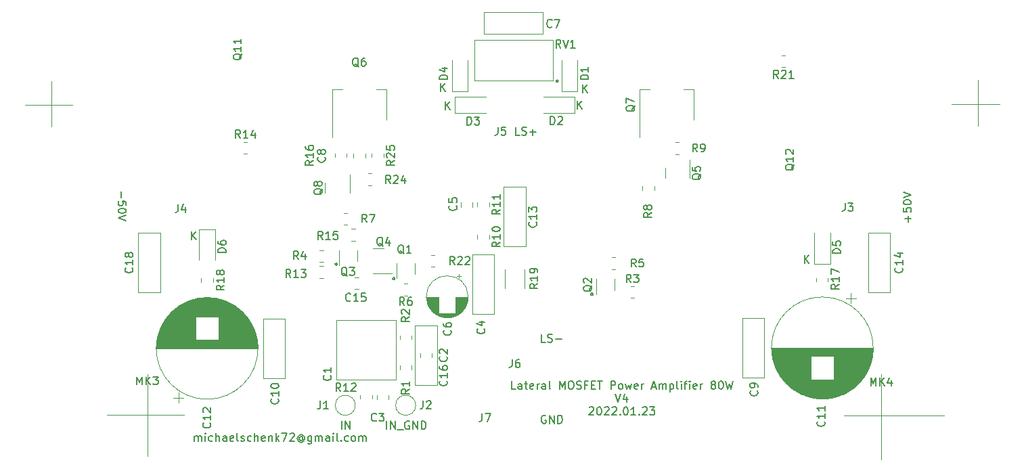
<source format=gbr>
G04 #@! TF.GenerationSoftware,KiCad,Pcbnew,(6.0.1-0)*
G04 #@! TF.CreationDate,2022-01-24T19:37:36+01:00*
G04 #@! TF.ProjectId,amp-mosfet-80w,616d702d-6d6f-4736-9665-742d3830772e,rev?*
G04 #@! TF.SameCoordinates,Original*
G04 #@! TF.FileFunction,Legend,Top*
G04 #@! TF.FilePolarity,Positive*
%FSLAX46Y46*%
G04 Gerber Fmt 4.6, Leading zero omitted, Abs format (unit mm)*
G04 Created by KiCad (PCBNEW (6.0.1-0)) date 2022-01-24 19:37:36*
%MOMM*%
%LPD*%
G01*
G04 APERTURE LIST*
%ADD10C,0.120000*%
%ADD11C,0.150000*%
G04 APERTURE END LIST*
D10*
X98107500Y-56896000D02*
X104076500Y-56896000D01*
X101409500Y-53911500D02*
X101409500Y-59626500D01*
X213106000Y-95758000D02*
X200533000Y-95758000D01*
X117983000Y-95631000D02*
X108331000Y-95631000D01*
X205232000Y-101219000D02*
X205232000Y-90551000D01*
X217360500Y-53784500D02*
X217360500Y-59499500D01*
X214058500Y-56769000D02*
X220027500Y-56769000D01*
X113411000Y-90551000D02*
X113411000Y-100838000D01*
X113411000Y-100838000D02*
X113538000Y-100711000D01*
D11*
X163258595Y-95766000D02*
X163163357Y-95718380D01*
X163020500Y-95718380D01*
X162877642Y-95766000D01*
X162782404Y-95861238D01*
X162734785Y-95956476D01*
X162687166Y-96146952D01*
X162687166Y-96289809D01*
X162734785Y-96480285D01*
X162782404Y-96575523D01*
X162877642Y-96670761D01*
X163020500Y-96718380D01*
X163115738Y-96718380D01*
X163258595Y-96670761D01*
X163306214Y-96623142D01*
X163306214Y-96289809D01*
X163115738Y-96289809D01*
X163734785Y-96718380D02*
X163734785Y-95718380D01*
X164306214Y-96718380D01*
X164306214Y-95718380D01*
X164782404Y-96718380D02*
X164782404Y-95718380D01*
X165020500Y-95718380D01*
X165163357Y-95766000D01*
X165258595Y-95861238D01*
X165306214Y-95956476D01*
X165353833Y-96146952D01*
X165353833Y-96289809D01*
X165306214Y-96480285D01*
X165258595Y-96575523D01*
X165163357Y-96670761D01*
X165020500Y-96718380D01*
X164782404Y-96718380D01*
X110164571Y-67707095D02*
X110164571Y-68469000D01*
X110783619Y-69421380D02*
X110783619Y-68945190D01*
X110307428Y-68897571D01*
X110355047Y-68945190D01*
X110402666Y-69040428D01*
X110402666Y-69278523D01*
X110355047Y-69373761D01*
X110307428Y-69421380D01*
X110212190Y-69469000D01*
X109974095Y-69469000D01*
X109878857Y-69421380D01*
X109831238Y-69373761D01*
X109783619Y-69278523D01*
X109783619Y-69040428D01*
X109831238Y-68945190D01*
X109878857Y-68897571D01*
X110783619Y-70088047D02*
X110783619Y-70183285D01*
X110736000Y-70278523D01*
X110688380Y-70326142D01*
X110593142Y-70373761D01*
X110402666Y-70421380D01*
X110164571Y-70421380D01*
X109974095Y-70373761D01*
X109878857Y-70326142D01*
X109831238Y-70278523D01*
X109783619Y-70183285D01*
X109783619Y-70088047D01*
X109831238Y-69992809D01*
X109878857Y-69945190D01*
X109974095Y-69897571D01*
X110164571Y-69849952D01*
X110402666Y-69849952D01*
X110593142Y-69897571D01*
X110688380Y-69945190D01*
X110736000Y-69992809D01*
X110783619Y-70088047D01*
X110783619Y-70707095D02*
X109783619Y-71040428D01*
X110783619Y-71373761D01*
X164700000Y-53752380D02*
X164604761Y-53800000D01*
X164557142Y-53895238D01*
X164604761Y-53990476D01*
X164700000Y-54038095D01*
X164795238Y-53990476D01*
X164842857Y-53895238D01*
X164795238Y-53800000D01*
X164700000Y-53752380D01*
X169037000Y-80409380D02*
X168941761Y-80457000D01*
X168894142Y-80552238D01*
X168941761Y-80647476D01*
X169037000Y-80695095D01*
X169132238Y-80647476D01*
X169179857Y-80552238D01*
X169132238Y-80457000D01*
X169037000Y-80409380D01*
X144250000Y-78452380D02*
X144154761Y-78500000D01*
X144107142Y-78595238D01*
X144154761Y-78690476D01*
X144250000Y-78738095D01*
X144345238Y-78690476D01*
X144392857Y-78595238D01*
X144345238Y-78500000D01*
X144250000Y-78452380D01*
X137726190Y-97452380D02*
X137726190Y-96452380D01*
X138202380Y-97452380D02*
X138202380Y-96452380D01*
X138773809Y-97452380D01*
X138773809Y-96452380D01*
X159996285Y-60650380D02*
X159520095Y-60650380D01*
X159520095Y-59650380D01*
X160282000Y-60602761D02*
X160424857Y-60650380D01*
X160662952Y-60650380D01*
X160758190Y-60602761D01*
X160805809Y-60555142D01*
X160853428Y-60459904D01*
X160853428Y-60364666D01*
X160805809Y-60269428D01*
X160758190Y-60221809D01*
X160662952Y-60174190D01*
X160472476Y-60126571D01*
X160377238Y-60078952D01*
X160329619Y-60031333D01*
X160282000Y-59936095D01*
X160282000Y-59840857D01*
X160329619Y-59745619D01*
X160377238Y-59698000D01*
X160472476Y-59650380D01*
X160710571Y-59650380D01*
X160853428Y-59698000D01*
X161282000Y-60269428D02*
X162043904Y-60269428D01*
X161662952Y-60650380D02*
X161662952Y-59888476D01*
X118938095Y-73752380D02*
X118938095Y-72752380D01*
X119509523Y-73752380D02*
X119080952Y-73180952D01*
X119509523Y-72752380D02*
X118938095Y-73323809D01*
X208605428Y-71484904D02*
X208605428Y-70723000D01*
X208986380Y-71103952D02*
X208224476Y-71103952D01*
X207986380Y-69770619D02*
X207986380Y-70246809D01*
X208462571Y-70294428D01*
X208414952Y-70246809D01*
X208367333Y-70151571D01*
X208367333Y-69913476D01*
X208414952Y-69818238D01*
X208462571Y-69770619D01*
X208557809Y-69723000D01*
X208795904Y-69723000D01*
X208891142Y-69770619D01*
X208938761Y-69818238D01*
X208986380Y-69913476D01*
X208986380Y-70151571D01*
X208938761Y-70246809D01*
X208891142Y-70294428D01*
X207986380Y-69103952D02*
X207986380Y-69008714D01*
X208034000Y-68913476D01*
X208081619Y-68865857D01*
X208176857Y-68818238D01*
X208367333Y-68770619D01*
X208605428Y-68770619D01*
X208795904Y-68818238D01*
X208891142Y-68865857D01*
X208938761Y-68913476D01*
X208986380Y-69008714D01*
X208986380Y-69103952D01*
X208938761Y-69199190D01*
X208891142Y-69246809D01*
X208795904Y-69294428D01*
X208605428Y-69342047D01*
X208367333Y-69342047D01*
X208176857Y-69294428D01*
X208081619Y-69246809D01*
X208034000Y-69199190D01*
X207986380Y-69103952D01*
X207986380Y-68484904D02*
X208986380Y-68151571D01*
X207986380Y-67818238D01*
X143381428Y-97450880D02*
X143381428Y-96450880D01*
X143857619Y-97450880D02*
X143857619Y-96450880D01*
X144429047Y-97450880D01*
X144429047Y-96450880D01*
X144667142Y-97546119D02*
X145429047Y-97546119D01*
X146190952Y-96498500D02*
X146095714Y-96450880D01*
X145952857Y-96450880D01*
X145810000Y-96498500D01*
X145714761Y-96593738D01*
X145667142Y-96688976D01*
X145619523Y-96879452D01*
X145619523Y-97022309D01*
X145667142Y-97212785D01*
X145714761Y-97308023D01*
X145810000Y-97403261D01*
X145952857Y-97450880D01*
X146048095Y-97450880D01*
X146190952Y-97403261D01*
X146238571Y-97355642D01*
X146238571Y-97022309D01*
X146048095Y-97022309D01*
X146667142Y-97450880D02*
X146667142Y-96450880D01*
X147238571Y-97450880D01*
X147238571Y-96450880D01*
X147714761Y-97450880D02*
X147714761Y-96450880D01*
X147952857Y-96450880D01*
X148095714Y-96498500D01*
X148190952Y-96593738D01*
X148238571Y-96688976D01*
X148286190Y-96879452D01*
X148286190Y-97022309D01*
X148238571Y-97212785D01*
X148190952Y-97308023D01*
X148095714Y-97403261D01*
X147952857Y-97450880D01*
X147714761Y-97450880D01*
X137050000Y-76652380D02*
X136954761Y-76700000D01*
X136907142Y-76795238D01*
X136954761Y-76890476D01*
X137050000Y-76938095D01*
X137145238Y-76890476D01*
X137192857Y-76795238D01*
X137145238Y-76700000D01*
X137050000Y-76652380D01*
X167251095Y-57348380D02*
X167251095Y-56348380D01*
X167822523Y-57348380D02*
X167393952Y-56776952D01*
X167822523Y-56348380D02*
X167251095Y-56919809D01*
X119335714Y-98952380D02*
X119335714Y-98285714D01*
X119335714Y-98380952D02*
X119383333Y-98333333D01*
X119478571Y-98285714D01*
X119621428Y-98285714D01*
X119716666Y-98333333D01*
X119764285Y-98428571D01*
X119764285Y-98952380D01*
X119764285Y-98428571D02*
X119811904Y-98333333D01*
X119907142Y-98285714D01*
X120050000Y-98285714D01*
X120145238Y-98333333D01*
X120192857Y-98428571D01*
X120192857Y-98952380D01*
X120669047Y-98952380D02*
X120669047Y-98285714D01*
X120669047Y-97952380D02*
X120621428Y-98000000D01*
X120669047Y-98047619D01*
X120716666Y-98000000D01*
X120669047Y-97952380D01*
X120669047Y-98047619D01*
X121573809Y-98904761D02*
X121478571Y-98952380D01*
X121288095Y-98952380D01*
X121192857Y-98904761D01*
X121145238Y-98857142D01*
X121097619Y-98761904D01*
X121097619Y-98476190D01*
X121145238Y-98380952D01*
X121192857Y-98333333D01*
X121288095Y-98285714D01*
X121478571Y-98285714D01*
X121573809Y-98333333D01*
X122002380Y-98952380D02*
X122002380Y-97952380D01*
X122430952Y-98952380D02*
X122430952Y-98428571D01*
X122383333Y-98333333D01*
X122288095Y-98285714D01*
X122145238Y-98285714D01*
X122050000Y-98333333D01*
X122002380Y-98380952D01*
X123335714Y-98952380D02*
X123335714Y-98428571D01*
X123288095Y-98333333D01*
X123192857Y-98285714D01*
X123002380Y-98285714D01*
X122907142Y-98333333D01*
X123335714Y-98904761D02*
X123240476Y-98952380D01*
X123002380Y-98952380D01*
X122907142Y-98904761D01*
X122859523Y-98809523D01*
X122859523Y-98714285D01*
X122907142Y-98619047D01*
X123002380Y-98571428D01*
X123240476Y-98571428D01*
X123335714Y-98523809D01*
X124192857Y-98904761D02*
X124097619Y-98952380D01*
X123907142Y-98952380D01*
X123811904Y-98904761D01*
X123764285Y-98809523D01*
X123764285Y-98428571D01*
X123811904Y-98333333D01*
X123907142Y-98285714D01*
X124097619Y-98285714D01*
X124192857Y-98333333D01*
X124240476Y-98428571D01*
X124240476Y-98523809D01*
X123764285Y-98619047D01*
X124811904Y-98952380D02*
X124716666Y-98904761D01*
X124669047Y-98809523D01*
X124669047Y-97952380D01*
X125145238Y-98904761D02*
X125240476Y-98952380D01*
X125430952Y-98952380D01*
X125526190Y-98904761D01*
X125573809Y-98809523D01*
X125573809Y-98761904D01*
X125526190Y-98666666D01*
X125430952Y-98619047D01*
X125288095Y-98619047D01*
X125192857Y-98571428D01*
X125145238Y-98476190D01*
X125145238Y-98428571D01*
X125192857Y-98333333D01*
X125288095Y-98285714D01*
X125430952Y-98285714D01*
X125526190Y-98333333D01*
X126430952Y-98904761D02*
X126335714Y-98952380D01*
X126145238Y-98952380D01*
X126050000Y-98904761D01*
X126002380Y-98857142D01*
X125954761Y-98761904D01*
X125954761Y-98476190D01*
X126002380Y-98380952D01*
X126050000Y-98333333D01*
X126145238Y-98285714D01*
X126335714Y-98285714D01*
X126430952Y-98333333D01*
X126859523Y-98952380D02*
X126859523Y-97952380D01*
X127288095Y-98952380D02*
X127288095Y-98428571D01*
X127240476Y-98333333D01*
X127145238Y-98285714D01*
X127002380Y-98285714D01*
X126907142Y-98333333D01*
X126859523Y-98380952D01*
X128145238Y-98904761D02*
X128050000Y-98952380D01*
X127859523Y-98952380D01*
X127764285Y-98904761D01*
X127716666Y-98809523D01*
X127716666Y-98428571D01*
X127764285Y-98333333D01*
X127859523Y-98285714D01*
X128050000Y-98285714D01*
X128145238Y-98333333D01*
X128192857Y-98428571D01*
X128192857Y-98523809D01*
X127716666Y-98619047D01*
X128621428Y-98285714D02*
X128621428Y-98952380D01*
X128621428Y-98380952D02*
X128669047Y-98333333D01*
X128764285Y-98285714D01*
X128907142Y-98285714D01*
X129002380Y-98333333D01*
X129050000Y-98428571D01*
X129050000Y-98952380D01*
X129526190Y-98952380D02*
X129526190Y-97952380D01*
X129621428Y-98571428D02*
X129907142Y-98952380D01*
X129907142Y-98285714D02*
X129526190Y-98666666D01*
X130240476Y-97952380D02*
X130907142Y-97952380D01*
X130478571Y-98952380D01*
X131240476Y-98047619D02*
X131288095Y-98000000D01*
X131383333Y-97952380D01*
X131621428Y-97952380D01*
X131716666Y-98000000D01*
X131764285Y-98047619D01*
X131811904Y-98142857D01*
X131811904Y-98238095D01*
X131764285Y-98380952D01*
X131192857Y-98952380D01*
X131811904Y-98952380D01*
X132859523Y-98476190D02*
X132811904Y-98428571D01*
X132716666Y-98380952D01*
X132621428Y-98380952D01*
X132526190Y-98428571D01*
X132478571Y-98476190D01*
X132430952Y-98571428D01*
X132430952Y-98666666D01*
X132478571Y-98761904D01*
X132526190Y-98809523D01*
X132621428Y-98857142D01*
X132716666Y-98857142D01*
X132811904Y-98809523D01*
X132859523Y-98761904D01*
X132859523Y-98380952D02*
X132859523Y-98761904D01*
X132907142Y-98809523D01*
X132954761Y-98809523D01*
X133050000Y-98761904D01*
X133097619Y-98666666D01*
X133097619Y-98428571D01*
X133002380Y-98285714D01*
X132859523Y-98190476D01*
X132669047Y-98142857D01*
X132478571Y-98190476D01*
X132335714Y-98285714D01*
X132240476Y-98428571D01*
X132192857Y-98619047D01*
X132240476Y-98809523D01*
X132335714Y-98952380D01*
X132478571Y-99047619D01*
X132669047Y-99095238D01*
X132859523Y-99047619D01*
X133002380Y-98952380D01*
X133954761Y-98285714D02*
X133954761Y-99095238D01*
X133907142Y-99190476D01*
X133859523Y-99238095D01*
X133764285Y-99285714D01*
X133621428Y-99285714D01*
X133526190Y-99238095D01*
X133954761Y-98904761D02*
X133859523Y-98952380D01*
X133669047Y-98952380D01*
X133573809Y-98904761D01*
X133526190Y-98857142D01*
X133478571Y-98761904D01*
X133478571Y-98476190D01*
X133526190Y-98380952D01*
X133573809Y-98333333D01*
X133669047Y-98285714D01*
X133859523Y-98285714D01*
X133954761Y-98333333D01*
X134430952Y-98952380D02*
X134430952Y-98285714D01*
X134430952Y-98380952D02*
X134478571Y-98333333D01*
X134573809Y-98285714D01*
X134716666Y-98285714D01*
X134811904Y-98333333D01*
X134859523Y-98428571D01*
X134859523Y-98952380D01*
X134859523Y-98428571D02*
X134907142Y-98333333D01*
X135002380Y-98285714D01*
X135145238Y-98285714D01*
X135240476Y-98333333D01*
X135288095Y-98428571D01*
X135288095Y-98952380D01*
X136192857Y-98952380D02*
X136192857Y-98428571D01*
X136145238Y-98333333D01*
X136050000Y-98285714D01*
X135859523Y-98285714D01*
X135764285Y-98333333D01*
X136192857Y-98904761D02*
X136097619Y-98952380D01*
X135859523Y-98952380D01*
X135764285Y-98904761D01*
X135716666Y-98809523D01*
X135716666Y-98714285D01*
X135764285Y-98619047D01*
X135859523Y-98571428D01*
X136097619Y-98571428D01*
X136192857Y-98523809D01*
X136669047Y-98952380D02*
X136669047Y-98285714D01*
X136669047Y-97952380D02*
X136621428Y-98000000D01*
X136669047Y-98047619D01*
X136716666Y-98000000D01*
X136669047Y-97952380D01*
X136669047Y-98047619D01*
X137288095Y-98952380D02*
X137192857Y-98904761D01*
X137145238Y-98809523D01*
X137145238Y-97952380D01*
X137669047Y-98857142D02*
X137716666Y-98904761D01*
X137669047Y-98952380D01*
X137621428Y-98904761D01*
X137669047Y-98857142D01*
X137669047Y-98952380D01*
X138573809Y-98904761D02*
X138478571Y-98952380D01*
X138288095Y-98952380D01*
X138192857Y-98904761D01*
X138145238Y-98857142D01*
X138097619Y-98761904D01*
X138097619Y-98476190D01*
X138145238Y-98380952D01*
X138192857Y-98333333D01*
X138288095Y-98285714D01*
X138478571Y-98285714D01*
X138573809Y-98333333D01*
X139145238Y-98952380D02*
X139050000Y-98904761D01*
X139002380Y-98857142D01*
X138954761Y-98761904D01*
X138954761Y-98476190D01*
X139002380Y-98380952D01*
X139050000Y-98333333D01*
X139145238Y-98285714D01*
X139288095Y-98285714D01*
X139383333Y-98333333D01*
X139430952Y-98380952D01*
X139478571Y-98476190D01*
X139478571Y-98761904D01*
X139430952Y-98857142D01*
X139383333Y-98904761D01*
X139288095Y-98952380D01*
X139145238Y-98952380D01*
X139907142Y-98952380D02*
X139907142Y-98285714D01*
X139907142Y-98380952D02*
X139954761Y-98333333D01*
X140050000Y-98285714D01*
X140192857Y-98285714D01*
X140288095Y-98333333D01*
X140335714Y-98428571D01*
X140335714Y-98952380D01*
X140335714Y-98428571D02*
X140383333Y-98333333D01*
X140478571Y-98285714D01*
X140621428Y-98285714D01*
X140716666Y-98333333D01*
X140764285Y-98428571D01*
X140764285Y-98952380D01*
X195638095Y-76702380D02*
X195638095Y-75702380D01*
X196209523Y-76702380D02*
X195780952Y-76130952D01*
X196209523Y-75702380D02*
X195638095Y-76273809D01*
X150741095Y-57475380D02*
X150741095Y-56475380D01*
X151312523Y-57475380D02*
X150883952Y-56903952D01*
X151312523Y-56475380D02*
X150741095Y-57046809D01*
X159514285Y-92442380D02*
X159038095Y-92442380D01*
X159038095Y-91442380D01*
X160276190Y-92442380D02*
X160276190Y-91918571D01*
X160228571Y-91823333D01*
X160133333Y-91775714D01*
X159942857Y-91775714D01*
X159847619Y-91823333D01*
X160276190Y-92394761D02*
X160180952Y-92442380D01*
X159942857Y-92442380D01*
X159847619Y-92394761D01*
X159800000Y-92299523D01*
X159800000Y-92204285D01*
X159847619Y-92109047D01*
X159942857Y-92061428D01*
X160180952Y-92061428D01*
X160276190Y-92013809D01*
X160609523Y-91775714D02*
X160990476Y-91775714D01*
X160752380Y-91442380D02*
X160752380Y-92299523D01*
X160800000Y-92394761D01*
X160895238Y-92442380D01*
X160990476Y-92442380D01*
X161704761Y-92394761D02*
X161609523Y-92442380D01*
X161419047Y-92442380D01*
X161323809Y-92394761D01*
X161276190Y-92299523D01*
X161276190Y-91918571D01*
X161323809Y-91823333D01*
X161419047Y-91775714D01*
X161609523Y-91775714D01*
X161704761Y-91823333D01*
X161752380Y-91918571D01*
X161752380Y-92013809D01*
X161276190Y-92109047D01*
X162180952Y-92442380D02*
X162180952Y-91775714D01*
X162180952Y-91966190D02*
X162228571Y-91870952D01*
X162276190Y-91823333D01*
X162371428Y-91775714D01*
X162466666Y-91775714D01*
X163228571Y-92442380D02*
X163228571Y-91918571D01*
X163180952Y-91823333D01*
X163085714Y-91775714D01*
X162895238Y-91775714D01*
X162800000Y-91823333D01*
X163228571Y-92394761D02*
X163133333Y-92442380D01*
X162895238Y-92442380D01*
X162800000Y-92394761D01*
X162752380Y-92299523D01*
X162752380Y-92204285D01*
X162800000Y-92109047D01*
X162895238Y-92061428D01*
X163133333Y-92061428D01*
X163228571Y-92013809D01*
X163847619Y-92442380D02*
X163752380Y-92394761D01*
X163704761Y-92299523D01*
X163704761Y-91442380D01*
X164990476Y-92442380D02*
X164990476Y-91442380D01*
X165323809Y-92156666D01*
X165657142Y-91442380D01*
X165657142Y-92442380D01*
X166323809Y-91442380D02*
X166514285Y-91442380D01*
X166609523Y-91490000D01*
X166704761Y-91585238D01*
X166752380Y-91775714D01*
X166752380Y-92109047D01*
X166704761Y-92299523D01*
X166609523Y-92394761D01*
X166514285Y-92442380D01*
X166323809Y-92442380D01*
X166228571Y-92394761D01*
X166133333Y-92299523D01*
X166085714Y-92109047D01*
X166085714Y-91775714D01*
X166133333Y-91585238D01*
X166228571Y-91490000D01*
X166323809Y-91442380D01*
X167133333Y-92394761D02*
X167276190Y-92442380D01*
X167514285Y-92442380D01*
X167609523Y-92394761D01*
X167657142Y-92347142D01*
X167704761Y-92251904D01*
X167704761Y-92156666D01*
X167657142Y-92061428D01*
X167609523Y-92013809D01*
X167514285Y-91966190D01*
X167323809Y-91918571D01*
X167228571Y-91870952D01*
X167180952Y-91823333D01*
X167133333Y-91728095D01*
X167133333Y-91632857D01*
X167180952Y-91537619D01*
X167228571Y-91490000D01*
X167323809Y-91442380D01*
X167561904Y-91442380D01*
X167704761Y-91490000D01*
X168466666Y-91918571D02*
X168133333Y-91918571D01*
X168133333Y-92442380D02*
X168133333Y-91442380D01*
X168609523Y-91442380D01*
X168990476Y-91918571D02*
X169323809Y-91918571D01*
X169466666Y-92442380D02*
X168990476Y-92442380D01*
X168990476Y-91442380D01*
X169466666Y-91442380D01*
X169752380Y-91442380D02*
X170323809Y-91442380D01*
X170038095Y-92442380D02*
X170038095Y-91442380D01*
X171419047Y-92442380D02*
X171419047Y-91442380D01*
X171800000Y-91442380D01*
X171895238Y-91490000D01*
X171942857Y-91537619D01*
X171990476Y-91632857D01*
X171990476Y-91775714D01*
X171942857Y-91870952D01*
X171895238Y-91918571D01*
X171800000Y-91966190D01*
X171419047Y-91966190D01*
X172561904Y-92442380D02*
X172466666Y-92394761D01*
X172419047Y-92347142D01*
X172371428Y-92251904D01*
X172371428Y-91966190D01*
X172419047Y-91870952D01*
X172466666Y-91823333D01*
X172561904Y-91775714D01*
X172704761Y-91775714D01*
X172800000Y-91823333D01*
X172847619Y-91870952D01*
X172895238Y-91966190D01*
X172895238Y-92251904D01*
X172847619Y-92347142D01*
X172800000Y-92394761D01*
X172704761Y-92442380D01*
X172561904Y-92442380D01*
X173228571Y-91775714D02*
X173419047Y-92442380D01*
X173609523Y-91966190D01*
X173800000Y-92442380D01*
X173990476Y-91775714D01*
X174752380Y-92394761D02*
X174657142Y-92442380D01*
X174466666Y-92442380D01*
X174371428Y-92394761D01*
X174323809Y-92299523D01*
X174323809Y-91918571D01*
X174371428Y-91823333D01*
X174466666Y-91775714D01*
X174657142Y-91775714D01*
X174752380Y-91823333D01*
X174800000Y-91918571D01*
X174800000Y-92013809D01*
X174323809Y-92109047D01*
X175228571Y-92442380D02*
X175228571Y-91775714D01*
X175228571Y-91966190D02*
X175276190Y-91870952D01*
X175323809Y-91823333D01*
X175419047Y-91775714D01*
X175514285Y-91775714D01*
X176561904Y-92156666D02*
X177038095Y-92156666D01*
X176466666Y-92442380D02*
X176800000Y-91442380D01*
X177133333Y-92442380D01*
X177466666Y-92442380D02*
X177466666Y-91775714D01*
X177466666Y-91870952D02*
X177514285Y-91823333D01*
X177609523Y-91775714D01*
X177752380Y-91775714D01*
X177847619Y-91823333D01*
X177895238Y-91918571D01*
X177895238Y-92442380D01*
X177895238Y-91918571D02*
X177942857Y-91823333D01*
X178038095Y-91775714D01*
X178180952Y-91775714D01*
X178276190Y-91823333D01*
X178323809Y-91918571D01*
X178323809Y-92442380D01*
X178800000Y-91775714D02*
X178800000Y-92775714D01*
X178800000Y-91823333D02*
X178895238Y-91775714D01*
X179085714Y-91775714D01*
X179180952Y-91823333D01*
X179228571Y-91870952D01*
X179276190Y-91966190D01*
X179276190Y-92251904D01*
X179228571Y-92347142D01*
X179180952Y-92394761D01*
X179085714Y-92442380D01*
X178895238Y-92442380D01*
X178800000Y-92394761D01*
X179847619Y-92442380D02*
X179752380Y-92394761D01*
X179704761Y-92299523D01*
X179704761Y-91442380D01*
X180228571Y-92442380D02*
X180228571Y-91775714D01*
X180228571Y-91442380D02*
X180180952Y-91490000D01*
X180228571Y-91537619D01*
X180276190Y-91490000D01*
X180228571Y-91442380D01*
X180228571Y-91537619D01*
X180561904Y-91775714D02*
X180942857Y-91775714D01*
X180704761Y-92442380D02*
X180704761Y-91585238D01*
X180752380Y-91490000D01*
X180847619Y-91442380D01*
X180942857Y-91442380D01*
X181276190Y-92442380D02*
X181276190Y-91775714D01*
X181276190Y-91442380D02*
X181228571Y-91490000D01*
X181276190Y-91537619D01*
X181323809Y-91490000D01*
X181276190Y-91442380D01*
X181276190Y-91537619D01*
X182133333Y-92394761D02*
X182038095Y-92442380D01*
X181847619Y-92442380D01*
X181752380Y-92394761D01*
X181704761Y-92299523D01*
X181704761Y-91918571D01*
X181752380Y-91823333D01*
X181847619Y-91775714D01*
X182038095Y-91775714D01*
X182133333Y-91823333D01*
X182180952Y-91918571D01*
X182180952Y-92013809D01*
X181704761Y-92109047D01*
X182609523Y-92442380D02*
X182609523Y-91775714D01*
X182609523Y-91966190D02*
X182657142Y-91870952D01*
X182704761Y-91823333D01*
X182800000Y-91775714D01*
X182895238Y-91775714D01*
X184133333Y-91870952D02*
X184038095Y-91823333D01*
X183990476Y-91775714D01*
X183942857Y-91680476D01*
X183942857Y-91632857D01*
X183990476Y-91537619D01*
X184038095Y-91490000D01*
X184133333Y-91442380D01*
X184323809Y-91442380D01*
X184419047Y-91490000D01*
X184466666Y-91537619D01*
X184514285Y-91632857D01*
X184514285Y-91680476D01*
X184466666Y-91775714D01*
X184419047Y-91823333D01*
X184323809Y-91870952D01*
X184133333Y-91870952D01*
X184038095Y-91918571D01*
X183990476Y-91966190D01*
X183942857Y-92061428D01*
X183942857Y-92251904D01*
X183990476Y-92347142D01*
X184038095Y-92394761D01*
X184133333Y-92442380D01*
X184323809Y-92442380D01*
X184419047Y-92394761D01*
X184466666Y-92347142D01*
X184514285Y-92251904D01*
X184514285Y-92061428D01*
X184466666Y-91966190D01*
X184419047Y-91918571D01*
X184323809Y-91870952D01*
X185133333Y-91442380D02*
X185228571Y-91442380D01*
X185323809Y-91490000D01*
X185371428Y-91537619D01*
X185419047Y-91632857D01*
X185466666Y-91823333D01*
X185466666Y-92061428D01*
X185419047Y-92251904D01*
X185371428Y-92347142D01*
X185323809Y-92394761D01*
X185228571Y-92442380D01*
X185133333Y-92442380D01*
X185038095Y-92394761D01*
X184990476Y-92347142D01*
X184942857Y-92251904D01*
X184895238Y-92061428D01*
X184895238Y-91823333D01*
X184942857Y-91632857D01*
X184990476Y-91537619D01*
X185038095Y-91490000D01*
X185133333Y-91442380D01*
X185800000Y-91442380D02*
X186038095Y-92442380D01*
X186228571Y-91728095D01*
X186419047Y-92442380D01*
X186657142Y-91442380D01*
X171990476Y-93052380D02*
X172323809Y-94052380D01*
X172657142Y-93052380D01*
X173419047Y-93385714D02*
X173419047Y-94052380D01*
X173180952Y-93004761D02*
X172942857Y-93719047D01*
X173561904Y-93719047D01*
X168704761Y-94757619D02*
X168752380Y-94710000D01*
X168847619Y-94662380D01*
X169085714Y-94662380D01*
X169180952Y-94710000D01*
X169228571Y-94757619D01*
X169276190Y-94852857D01*
X169276190Y-94948095D01*
X169228571Y-95090952D01*
X168657142Y-95662380D01*
X169276190Y-95662380D01*
X169895238Y-94662380D02*
X169990476Y-94662380D01*
X170085714Y-94710000D01*
X170133333Y-94757619D01*
X170180952Y-94852857D01*
X170228571Y-95043333D01*
X170228571Y-95281428D01*
X170180952Y-95471904D01*
X170133333Y-95567142D01*
X170085714Y-95614761D01*
X169990476Y-95662380D01*
X169895238Y-95662380D01*
X169800000Y-95614761D01*
X169752380Y-95567142D01*
X169704761Y-95471904D01*
X169657142Y-95281428D01*
X169657142Y-95043333D01*
X169704761Y-94852857D01*
X169752380Y-94757619D01*
X169800000Y-94710000D01*
X169895238Y-94662380D01*
X170609523Y-94757619D02*
X170657142Y-94710000D01*
X170752380Y-94662380D01*
X170990476Y-94662380D01*
X171085714Y-94710000D01*
X171133333Y-94757619D01*
X171180952Y-94852857D01*
X171180952Y-94948095D01*
X171133333Y-95090952D01*
X170561904Y-95662380D01*
X171180952Y-95662380D01*
X171561904Y-94757619D02*
X171609523Y-94710000D01*
X171704761Y-94662380D01*
X171942857Y-94662380D01*
X172038095Y-94710000D01*
X172085714Y-94757619D01*
X172133333Y-94852857D01*
X172133333Y-94948095D01*
X172085714Y-95090952D01*
X171514285Y-95662380D01*
X172133333Y-95662380D01*
X172561904Y-95567142D02*
X172609523Y-95614761D01*
X172561904Y-95662380D01*
X172514285Y-95614761D01*
X172561904Y-95567142D01*
X172561904Y-95662380D01*
X173228571Y-94662380D02*
X173323809Y-94662380D01*
X173419047Y-94710000D01*
X173466666Y-94757619D01*
X173514285Y-94852857D01*
X173561904Y-95043333D01*
X173561904Y-95281428D01*
X173514285Y-95471904D01*
X173466666Y-95567142D01*
X173419047Y-95614761D01*
X173323809Y-95662380D01*
X173228571Y-95662380D01*
X173133333Y-95614761D01*
X173085714Y-95567142D01*
X173038095Y-95471904D01*
X172990476Y-95281428D01*
X172990476Y-95043333D01*
X173038095Y-94852857D01*
X173085714Y-94757619D01*
X173133333Y-94710000D01*
X173228571Y-94662380D01*
X174514285Y-95662380D02*
X173942857Y-95662380D01*
X174228571Y-95662380D02*
X174228571Y-94662380D01*
X174133333Y-94805238D01*
X174038095Y-94900476D01*
X173942857Y-94948095D01*
X174942857Y-95567142D02*
X174990476Y-95614761D01*
X174942857Y-95662380D01*
X174895238Y-95614761D01*
X174942857Y-95567142D01*
X174942857Y-95662380D01*
X175371428Y-94757619D02*
X175419047Y-94710000D01*
X175514285Y-94662380D01*
X175752380Y-94662380D01*
X175847619Y-94710000D01*
X175895238Y-94757619D01*
X175942857Y-94852857D01*
X175942857Y-94948095D01*
X175895238Y-95090952D01*
X175323809Y-95662380D01*
X175942857Y-95662380D01*
X176276190Y-94662380D02*
X176895238Y-94662380D01*
X176561904Y-95043333D01*
X176704761Y-95043333D01*
X176800000Y-95090952D01*
X176847619Y-95138571D01*
X176895238Y-95233809D01*
X176895238Y-95471904D01*
X176847619Y-95567142D01*
X176800000Y-95614761D01*
X176704761Y-95662380D01*
X176419047Y-95662380D01*
X176323809Y-95614761D01*
X176276190Y-95567142D01*
X167886095Y-55316380D02*
X167886095Y-54316380D01*
X168457523Y-55316380D02*
X168028952Y-54744952D01*
X168457523Y-54316380D02*
X167886095Y-54887809D01*
X150106095Y-55189380D02*
X150106095Y-54189380D01*
X150677523Y-55189380D02*
X150248952Y-54617952D01*
X150677523Y-54189380D02*
X150106095Y-54760809D01*
X163234785Y-86558380D02*
X162758595Y-86558380D01*
X162758595Y-85558380D01*
X163520500Y-86510761D02*
X163663357Y-86558380D01*
X163901452Y-86558380D01*
X163996690Y-86510761D01*
X164044309Y-86463142D01*
X164091928Y-86367904D01*
X164091928Y-86272666D01*
X164044309Y-86177428D01*
X163996690Y-86129809D01*
X163901452Y-86082190D01*
X163710976Y-86034571D01*
X163615738Y-85986952D01*
X163568119Y-85939333D01*
X163520500Y-85844095D01*
X163520500Y-85748857D01*
X163568119Y-85653619D01*
X163615738Y-85606000D01*
X163710976Y-85558380D01*
X163949071Y-85558380D01*
X164091928Y-85606000D01*
X164520500Y-86177428D02*
X165282404Y-86177428D01*
X136331142Y-90712166D02*
X136378761Y-90759785D01*
X136426380Y-90902642D01*
X136426380Y-90997880D01*
X136378761Y-91140738D01*
X136283523Y-91235976D01*
X136188285Y-91283595D01*
X135997809Y-91331214D01*
X135854952Y-91331214D01*
X135664476Y-91283595D01*
X135569238Y-91235976D01*
X135474000Y-91140738D01*
X135426380Y-90997880D01*
X135426380Y-90902642D01*
X135474000Y-90759785D01*
X135521619Y-90712166D01*
X136426380Y-89759785D02*
X136426380Y-90331214D01*
X136426380Y-90045500D02*
X135426380Y-90045500D01*
X135569238Y-90140738D01*
X135664476Y-90235976D01*
X135712095Y-90331214D01*
X150857142Y-88366666D02*
X150904761Y-88414285D01*
X150952380Y-88557142D01*
X150952380Y-88652380D01*
X150904761Y-88795238D01*
X150809523Y-88890476D01*
X150714285Y-88938095D01*
X150523809Y-88985714D01*
X150380952Y-88985714D01*
X150190476Y-88938095D01*
X150095238Y-88890476D01*
X150000000Y-88795238D01*
X149952380Y-88652380D01*
X149952380Y-88557142D01*
X150000000Y-88414285D01*
X150047619Y-88366666D01*
X150047619Y-87985714D02*
X150000000Y-87938095D01*
X149952380Y-87842857D01*
X149952380Y-87604761D01*
X150000000Y-87509523D01*
X150047619Y-87461904D01*
X150142857Y-87414285D01*
X150238095Y-87414285D01*
X150380952Y-87461904D01*
X150952380Y-88033333D01*
X150952380Y-87414285D01*
X155551142Y-84875666D02*
X155598761Y-84923285D01*
X155646380Y-85066142D01*
X155646380Y-85161380D01*
X155598761Y-85304238D01*
X155503523Y-85399476D01*
X155408285Y-85447095D01*
X155217809Y-85494714D01*
X155074952Y-85494714D01*
X154884476Y-85447095D01*
X154789238Y-85399476D01*
X154694000Y-85304238D01*
X154646380Y-85161380D01*
X154646380Y-85066142D01*
X154694000Y-84923285D01*
X154741619Y-84875666D01*
X154979714Y-84018523D02*
X155646380Y-84018523D01*
X154598761Y-84256619D02*
X155313047Y-84494714D01*
X155313047Y-83875666D01*
X152057142Y-69466666D02*
X152104761Y-69514285D01*
X152152380Y-69657142D01*
X152152380Y-69752380D01*
X152104761Y-69895238D01*
X152009523Y-69990476D01*
X151914285Y-70038095D01*
X151723809Y-70085714D01*
X151580952Y-70085714D01*
X151390476Y-70038095D01*
X151295238Y-69990476D01*
X151200000Y-69895238D01*
X151152380Y-69752380D01*
X151152380Y-69657142D01*
X151200000Y-69514285D01*
X151247619Y-69466666D01*
X151152380Y-68561904D02*
X151152380Y-69038095D01*
X151628571Y-69085714D01*
X151580952Y-69038095D01*
X151533333Y-68942857D01*
X151533333Y-68704761D01*
X151580952Y-68609523D01*
X151628571Y-68561904D01*
X151723809Y-68514285D01*
X151961904Y-68514285D01*
X152057142Y-68561904D01*
X152104761Y-68609523D01*
X152152380Y-68704761D01*
X152152380Y-68942857D01*
X152104761Y-69038095D01*
X152057142Y-69085714D01*
X151357142Y-85066666D02*
X151404761Y-85114285D01*
X151452380Y-85257142D01*
X151452380Y-85352380D01*
X151404761Y-85495238D01*
X151309523Y-85590476D01*
X151214285Y-85638095D01*
X151023809Y-85685714D01*
X150880952Y-85685714D01*
X150690476Y-85638095D01*
X150595238Y-85590476D01*
X150500000Y-85495238D01*
X150452380Y-85352380D01*
X150452380Y-85257142D01*
X150500000Y-85114285D01*
X150547619Y-85066666D01*
X150452380Y-84209523D02*
X150452380Y-84400000D01*
X150500000Y-84495238D01*
X150547619Y-84542857D01*
X150690476Y-84638095D01*
X150880952Y-84685714D01*
X151261904Y-84685714D01*
X151357142Y-84638095D01*
X151404761Y-84590476D01*
X151452380Y-84495238D01*
X151452380Y-84304761D01*
X151404761Y-84209523D01*
X151357142Y-84161904D01*
X151261904Y-84114285D01*
X151023809Y-84114285D01*
X150928571Y-84161904D01*
X150880952Y-84209523D01*
X150833333Y-84304761D01*
X150833333Y-84495238D01*
X150880952Y-84590476D01*
X150928571Y-84638095D01*
X151023809Y-84685714D01*
X189714142Y-92639166D02*
X189761761Y-92686785D01*
X189809380Y-92829642D01*
X189809380Y-92924880D01*
X189761761Y-93067738D01*
X189666523Y-93162976D01*
X189571285Y-93210595D01*
X189380809Y-93258214D01*
X189237952Y-93258214D01*
X189047476Y-93210595D01*
X188952238Y-93162976D01*
X188857000Y-93067738D01*
X188809380Y-92924880D01*
X188809380Y-92829642D01*
X188857000Y-92686785D01*
X188904619Y-92639166D01*
X189809380Y-92162976D02*
X189809380Y-91972500D01*
X189761761Y-91877261D01*
X189714142Y-91829642D01*
X189571285Y-91734404D01*
X189380809Y-91686785D01*
X188999857Y-91686785D01*
X188904619Y-91734404D01*
X188857000Y-91782023D01*
X188809380Y-91877261D01*
X188809380Y-92067738D01*
X188857000Y-92162976D01*
X188904619Y-92210595D01*
X188999857Y-92258214D01*
X189237952Y-92258214D01*
X189333190Y-92210595D01*
X189380809Y-92162976D01*
X189428428Y-92067738D01*
X189428428Y-91877261D01*
X189380809Y-91782023D01*
X189333190Y-91734404D01*
X189237952Y-91686785D01*
X198096142Y-96464357D02*
X198143761Y-96511976D01*
X198191380Y-96654833D01*
X198191380Y-96750071D01*
X198143761Y-96892928D01*
X198048523Y-96988166D01*
X197953285Y-97035785D01*
X197762809Y-97083404D01*
X197619952Y-97083404D01*
X197429476Y-97035785D01*
X197334238Y-96988166D01*
X197239000Y-96892928D01*
X197191380Y-96750071D01*
X197191380Y-96654833D01*
X197239000Y-96511976D01*
X197286619Y-96464357D01*
X198191380Y-95511976D02*
X198191380Y-96083404D01*
X198191380Y-95797690D02*
X197191380Y-95797690D01*
X197334238Y-95892928D01*
X197429476Y-95988166D01*
X197477095Y-96083404D01*
X198191380Y-94559595D02*
X198191380Y-95131023D01*
X198191380Y-94845309D02*
X197191380Y-94845309D01*
X197334238Y-94940547D01*
X197429476Y-95035785D01*
X197477095Y-95131023D01*
X162057142Y-71542857D02*
X162104761Y-71590476D01*
X162152380Y-71733333D01*
X162152380Y-71828571D01*
X162104761Y-71971428D01*
X162009523Y-72066666D01*
X161914285Y-72114285D01*
X161723809Y-72161904D01*
X161580952Y-72161904D01*
X161390476Y-72114285D01*
X161295238Y-72066666D01*
X161200000Y-71971428D01*
X161152380Y-71828571D01*
X161152380Y-71733333D01*
X161200000Y-71590476D01*
X161247619Y-71542857D01*
X162152380Y-70590476D02*
X162152380Y-71161904D01*
X162152380Y-70876190D02*
X161152380Y-70876190D01*
X161295238Y-70971428D01*
X161390476Y-71066666D01*
X161438095Y-71161904D01*
X161152380Y-70257142D02*
X161152380Y-69638095D01*
X161533333Y-69971428D01*
X161533333Y-69828571D01*
X161580952Y-69733333D01*
X161628571Y-69685714D01*
X161723809Y-69638095D01*
X161961904Y-69638095D01*
X162057142Y-69685714D01*
X162104761Y-69733333D01*
X162152380Y-69828571D01*
X162152380Y-70114285D01*
X162104761Y-70209523D01*
X162057142Y-70257142D01*
X168600380Y-53696095D02*
X167600380Y-53696095D01*
X167600380Y-53458000D01*
X167648000Y-53315142D01*
X167743238Y-53219904D01*
X167838476Y-53172285D01*
X168028952Y-53124666D01*
X168171809Y-53124666D01*
X168362285Y-53172285D01*
X168457523Y-53219904D01*
X168552761Y-53315142D01*
X168600380Y-53458000D01*
X168600380Y-53696095D01*
X168600380Y-52172285D02*
X168600380Y-52743714D01*
X168600380Y-52458000D02*
X167600380Y-52458000D01*
X167743238Y-52553238D01*
X167838476Y-52648476D01*
X167886095Y-52743714D01*
X163853904Y-59348380D02*
X163853904Y-58348380D01*
X164092000Y-58348380D01*
X164234857Y-58396000D01*
X164330095Y-58491238D01*
X164377714Y-58586476D01*
X164425333Y-58776952D01*
X164425333Y-58919809D01*
X164377714Y-59110285D01*
X164330095Y-59205523D01*
X164234857Y-59300761D01*
X164092000Y-59348380D01*
X163853904Y-59348380D01*
X164806285Y-58443619D02*
X164853904Y-58396000D01*
X164949142Y-58348380D01*
X165187238Y-58348380D01*
X165282476Y-58396000D01*
X165330095Y-58443619D01*
X165377714Y-58538857D01*
X165377714Y-58634095D01*
X165330095Y-58776952D01*
X164758666Y-59348380D01*
X165377714Y-59348380D01*
X153439904Y-59380380D02*
X153439904Y-58380380D01*
X153678000Y-58380380D01*
X153820857Y-58428000D01*
X153916095Y-58523238D01*
X153963714Y-58618476D01*
X154011333Y-58808952D01*
X154011333Y-58951809D01*
X153963714Y-59142285D01*
X153916095Y-59237523D01*
X153820857Y-59332761D01*
X153678000Y-59380380D01*
X153439904Y-59380380D01*
X154344666Y-58380380D02*
X154963714Y-58380380D01*
X154630380Y-58761333D01*
X154773238Y-58761333D01*
X154868476Y-58808952D01*
X154916095Y-58856571D01*
X154963714Y-58951809D01*
X154963714Y-59189904D01*
X154916095Y-59285142D01*
X154868476Y-59332761D01*
X154773238Y-59380380D01*
X154487523Y-59380380D01*
X154392285Y-59332761D01*
X154344666Y-59285142D01*
X150979380Y-53696095D02*
X149979380Y-53696095D01*
X149979380Y-53458000D01*
X150027000Y-53315142D01*
X150122238Y-53219904D01*
X150217476Y-53172285D01*
X150407952Y-53124666D01*
X150550809Y-53124666D01*
X150741285Y-53172285D01*
X150836523Y-53219904D01*
X150931761Y-53315142D01*
X150979380Y-53458000D01*
X150979380Y-53696095D01*
X150312714Y-52267523D02*
X150979380Y-52267523D01*
X149931761Y-52505619D02*
X150646047Y-52743714D01*
X150646047Y-52124666D01*
X200152380Y-75438095D02*
X199152380Y-75438095D01*
X199152380Y-75200000D01*
X199200000Y-75057142D01*
X199295238Y-74961904D01*
X199390476Y-74914285D01*
X199580952Y-74866666D01*
X199723809Y-74866666D01*
X199914285Y-74914285D01*
X200009523Y-74961904D01*
X200104761Y-75057142D01*
X200152380Y-75200000D01*
X200152380Y-75438095D01*
X199152380Y-73961904D02*
X199152380Y-74438095D01*
X199628571Y-74485714D01*
X199580952Y-74438095D01*
X199533333Y-74342857D01*
X199533333Y-74104761D01*
X199580952Y-74009523D01*
X199628571Y-73961904D01*
X199723809Y-73914285D01*
X199961904Y-73914285D01*
X200057142Y-73961904D01*
X200104761Y-74009523D01*
X200152380Y-74104761D01*
X200152380Y-74342857D01*
X200104761Y-74438095D01*
X200057142Y-74485714D01*
X135062666Y-93910880D02*
X135062666Y-94625166D01*
X135015047Y-94768023D01*
X134919809Y-94863261D01*
X134776952Y-94910880D01*
X134681714Y-94910880D01*
X136062666Y-94910880D02*
X135491238Y-94910880D01*
X135776952Y-94910880D02*
X135776952Y-93910880D01*
X135681714Y-94053738D01*
X135586476Y-94148976D01*
X135491238Y-94196595D01*
X147916666Y-93910880D02*
X147916666Y-94625166D01*
X147869047Y-94768023D01*
X147773809Y-94863261D01*
X147630952Y-94910880D01*
X147535714Y-94910880D01*
X148345238Y-94006119D02*
X148392857Y-93958500D01*
X148488095Y-93910880D01*
X148726190Y-93910880D01*
X148821428Y-93958500D01*
X148869047Y-94006119D01*
X148916666Y-94101357D01*
X148916666Y-94196595D01*
X148869047Y-94339452D01*
X148297619Y-94910880D01*
X148916666Y-94910880D01*
X200707666Y-69175380D02*
X200707666Y-69889666D01*
X200660047Y-70032523D01*
X200564809Y-70127761D01*
X200421952Y-70175380D01*
X200326714Y-70175380D01*
X201088619Y-69175380D02*
X201707666Y-69175380D01*
X201374333Y-69556333D01*
X201517190Y-69556333D01*
X201612428Y-69603952D01*
X201660047Y-69651571D01*
X201707666Y-69746809D01*
X201707666Y-69984904D01*
X201660047Y-70080142D01*
X201612428Y-70127761D01*
X201517190Y-70175380D01*
X201231476Y-70175380D01*
X201136238Y-70127761D01*
X201088619Y-70080142D01*
X157273666Y-59650380D02*
X157273666Y-60364666D01*
X157226047Y-60507523D01*
X157130809Y-60602761D01*
X156987952Y-60650380D01*
X156892714Y-60650380D01*
X158226047Y-59650380D02*
X157749857Y-59650380D01*
X157702238Y-60126571D01*
X157749857Y-60078952D01*
X157845095Y-60031333D01*
X158083190Y-60031333D01*
X158178428Y-60078952D01*
X158226047Y-60126571D01*
X158273666Y-60221809D01*
X158273666Y-60459904D01*
X158226047Y-60555142D01*
X158178428Y-60602761D01*
X158083190Y-60650380D01*
X157845095Y-60650380D01*
X157749857Y-60602761D01*
X157702238Y-60555142D01*
X159051666Y-88733380D02*
X159051666Y-89447666D01*
X159004047Y-89590523D01*
X158908809Y-89685761D01*
X158765952Y-89733380D01*
X158670714Y-89733380D01*
X159956428Y-88733380D02*
X159765952Y-88733380D01*
X159670714Y-88781000D01*
X159623095Y-88828619D01*
X159527857Y-88971476D01*
X159480238Y-89161952D01*
X159480238Y-89542904D01*
X159527857Y-89638142D01*
X159575476Y-89685761D01*
X159670714Y-89733380D01*
X159861190Y-89733380D01*
X159956428Y-89685761D01*
X160004047Y-89638142D01*
X160051666Y-89542904D01*
X160051666Y-89304809D01*
X160004047Y-89209571D01*
X159956428Y-89161952D01*
X159861190Y-89114333D01*
X159670714Y-89114333D01*
X159575476Y-89161952D01*
X159527857Y-89209571D01*
X159480238Y-89304809D01*
X155305166Y-95464380D02*
X155305166Y-96178666D01*
X155257547Y-96321523D01*
X155162309Y-96416761D01*
X155019452Y-96464380D01*
X154924214Y-96464380D01*
X155686119Y-95464380D02*
X156352785Y-95464380D01*
X155924214Y-96464380D01*
X112101476Y-91883380D02*
X112101476Y-90883380D01*
X112434809Y-91597666D01*
X112768142Y-90883380D01*
X112768142Y-91883380D01*
X113244333Y-91883380D02*
X113244333Y-90883380D01*
X113815761Y-91883380D02*
X113387190Y-91311952D01*
X113815761Y-90883380D02*
X113244333Y-91454809D01*
X114149095Y-90883380D02*
X114768142Y-90883380D01*
X114434809Y-91264333D01*
X114577666Y-91264333D01*
X114672904Y-91311952D01*
X114720523Y-91359571D01*
X114768142Y-91454809D01*
X114768142Y-91692904D01*
X114720523Y-91788142D01*
X114672904Y-91835761D01*
X114577666Y-91883380D01*
X114291952Y-91883380D01*
X114196714Y-91835761D01*
X114149095Y-91788142D01*
X203922476Y-92010380D02*
X203922476Y-91010380D01*
X204255809Y-91724666D01*
X204589142Y-91010380D01*
X204589142Y-92010380D01*
X205065333Y-92010380D02*
X205065333Y-91010380D01*
X205636761Y-92010380D02*
X205208190Y-91438952D01*
X205636761Y-91010380D02*
X205065333Y-91581809D01*
X206493904Y-91343714D02*
X206493904Y-92010380D01*
X206255809Y-90962761D02*
X206017714Y-91677047D01*
X206636761Y-91677047D01*
X146202380Y-92416666D02*
X145726190Y-92750000D01*
X146202380Y-92988095D02*
X145202380Y-92988095D01*
X145202380Y-92607142D01*
X145250000Y-92511904D01*
X145297619Y-92464285D01*
X145392857Y-92416666D01*
X145535714Y-92416666D01*
X145630952Y-92464285D01*
X145678571Y-92511904D01*
X145726190Y-92607142D01*
X145726190Y-92988095D01*
X146202380Y-91464285D02*
X146202380Y-92035714D01*
X146202380Y-91750000D02*
X145202380Y-91750000D01*
X145345238Y-91845238D01*
X145440476Y-91940476D01*
X145488095Y-92035714D01*
X146202380Y-83416666D02*
X145726190Y-83750000D01*
X146202380Y-83988095D02*
X145202380Y-83988095D01*
X145202380Y-83607142D01*
X145250000Y-83511904D01*
X145297619Y-83464285D01*
X145392857Y-83416666D01*
X145535714Y-83416666D01*
X145630952Y-83464285D01*
X145678571Y-83511904D01*
X145726190Y-83607142D01*
X145726190Y-83988095D01*
X145297619Y-83035714D02*
X145250000Y-82988095D01*
X145202380Y-82892857D01*
X145202380Y-82654761D01*
X145250000Y-82559523D01*
X145297619Y-82511904D01*
X145392857Y-82464285D01*
X145488095Y-82464285D01*
X145630952Y-82511904D01*
X146202380Y-83083333D01*
X146202380Y-82464285D01*
X173933333Y-79102380D02*
X173600000Y-78626190D01*
X173361904Y-79102380D02*
X173361904Y-78102380D01*
X173742857Y-78102380D01*
X173838095Y-78150000D01*
X173885714Y-78197619D01*
X173933333Y-78292857D01*
X173933333Y-78435714D01*
X173885714Y-78530952D01*
X173838095Y-78578571D01*
X173742857Y-78626190D01*
X173361904Y-78626190D01*
X174266666Y-78102380D02*
X174885714Y-78102380D01*
X174552380Y-78483333D01*
X174695238Y-78483333D01*
X174790476Y-78530952D01*
X174838095Y-78578571D01*
X174885714Y-78673809D01*
X174885714Y-78911904D01*
X174838095Y-79007142D01*
X174790476Y-79054761D01*
X174695238Y-79102380D01*
X174409523Y-79102380D01*
X174314285Y-79054761D01*
X174266666Y-79007142D01*
X174551833Y-77152380D02*
X174218500Y-76676190D01*
X173980404Y-77152380D02*
X173980404Y-76152380D01*
X174361357Y-76152380D01*
X174456595Y-76200000D01*
X174504214Y-76247619D01*
X174551833Y-76342857D01*
X174551833Y-76485714D01*
X174504214Y-76580952D01*
X174456595Y-76628571D01*
X174361357Y-76676190D01*
X173980404Y-76676190D01*
X175456595Y-76152380D02*
X174980404Y-76152380D01*
X174932785Y-76628571D01*
X174980404Y-76580952D01*
X175075642Y-76533333D01*
X175313738Y-76533333D01*
X175408976Y-76580952D01*
X175456595Y-76628571D01*
X175504214Y-76723809D01*
X175504214Y-76961904D01*
X175456595Y-77057142D01*
X175408976Y-77104761D01*
X175313738Y-77152380D01*
X175075642Y-77152380D01*
X174980404Y-77104761D01*
X174932785Y-77057142D01*
X145583333Y-81952380D02*
X145250000Y-81476190D01*
X145011904Y-81952380D02*
X145011904Y-80952380D01*
X145392857Y-80952380D01*
X145488095Y-81000000D01*
X145535714Y-81047619D01*
X145583333Y-81142857D01*
X145583333Y-81285714D01*
X145535714Y-81380952D01*
X145488095Y-81428571D01*
X145392857Y-81476190D01*
X145011904Y-81476190D01*
X146440476Y-80952380D02*
X146250000Y-80952380D01*
X146154761Y-81000000D01*
X146107142Y-81047619D01*
X146011904Y-81190476D01*
X145964285Y-81380952D01*
X145964285Y-81761904D01*
X146011904Y-81857142D01*
X146059523Y-81904761D01*
X146154761Y-81952380D01*
X146345238Y-81952380D01*
X146440476Y-81904761D01*
X146488095Y-81857142D01*
X146535714Y-81761904D01*
X146535714Y-81523809D01*
X146488095Y-81428571D01*
X146440476Y-81380952D01*
X146345238Y-81333333D01*
X146154761Y-81333333D01*
X146059523Y-81380952D01*
X146011904Y-81428571D01*
X145964285Y-81523809D01*
X157550380Y-74032857D02*
X157074190Y-74366190D01*
X157550380Y-74604285D02*
X156550380Y-74604285D01*
X156550380Y-74223333D01*
X156598000Y-74128095D01*
X156645619Y-74080476D01*
X156740857Y-74032857D01*
X156883714Y-74032857D01*
X156978952Y-74080476D01*
X157026571Y-74128095D01*
X157074190Y-74223333D01*
X157074190Y-74604285D01*
X157550380Y-73080476D02*
X157550380Y-73651904D01*
X157550380Y-73366190D02*
X156550380Y-73366190D01*
X156693238Y-73461428D01*
X156788476Y-73556666D01*
X156836095Y-73651904D01*
X156550380Y-72461428D02*
X156550380Y-72366190D01*
X156598000Y-72270952D01*
X156645619Y-72223333D01*
X156740857Y-72175714D01*
X156931333Y-72128095D01*
X157169428Y-72128095D01*
X157359904Y-72175714D01*
X157455142Y-72223333D01*
X157502761Y-72270952D01*
X157550380Y-72366190D01*
X157550380Y-72461428D01*
X157502761Y-72556666D01*
X157455142Y-72604285D01*
X157359904Y-72651904D01*
X157169428Y-72699523D01*
X156931333Y-72699523D01*
X156740857Y-72651904D01*
X156645619Y-72604285D01*
X156598000Y-72556666D01*
X156550380Y-72461428D01*
X157550380Y-69968857D02*
X157074190Y-70302190D01*
X157550380Y-70540285D02*
X156550380Y-70540285D01*
X156550380Y-70159333D01*
X156598000Y-70064095D01*
X156645619Y-70016476D01*
X156740857Y-69968857D01*
X156883714Y-69968857D01*
X156978952Y-70016476D01*
X157026571Y-70064095D01*
X157074190Y-70159333D01*
X157074190Y-70540285D01*
X157550380Y-69016476D02*
X157550380Y-69587904D01*
X157550380Y-69302190D02*
X156550380Y-69302190D01*
X156693238Y-69397428D01*
X156788476Y-69492666D01*
X156836095Y-69587904D01*
X157550380Y-68064095D02*
X157550380Y-68635523D01*
X157550380Y-68349809D02*
X156550380Y-68349809D01*
X156693238Y-68445047D01*
X156788476Y-68540285D01*
X156836095Y-68635523D01*
X125071142Y-61032380D02*
X124737809Y-60556190D01*
X124499714Y-61032380D02*
X124499714Y-60032380D01*
X124880666Y-60032380D01*
X124975904Y-60080000D01*
X125023523Y-60127619D01*
X125071142Y-60222857D01*
X125071142Y-60365714D01*
X125023523Y-60460952D01*
X124975904Y-60508571D01*
X124880666Y-60556190D01*
X124499714Y-60556190D01*
X126023523Y-61032380D02*
X125452095Y-61032380D01*
X125737809Y-61032380D02*
X125737809Y-60032380D01*
X125642571Y-60175238D01*
X125547333Y-60270476D01*
X125452095Y-60318095D01*
X126880666Y-60365714D02*
X126880666Y-61032380D01*
X126642571Y-59984761D02*
X126404476Y-60699047D01*
X127023523Y-60699047D01*
X199952380Y-79342857D02*
X199476190Y-79676190D01*
X199952380Y-79914285D02*
X198952380Y-79914285D01*
X198952380Y-79533333D01*
X199000000Y-79438095D01*
X199047619Y-79390476D01*
X199142857Y-79342857D01*
X199285714Y-79342857D01*
X199380952Y-79390476D01*
X199428571Y-79438095D01*
X199476190Y-79533333D01*
X199476190Y-79914285D01*
X199952380Y-78390476D02*
X199952380Y-78961904D01*
X199952380Y-78676190D02*
X198952380Y-78676190D01*
X199095238Y-78771428D01*
X199190476Y-78866666D01*
X199238095Y-78961904D01*
X198952380Y-78057142D02*
X198952380Y-77390476D01*
X199952380Y-77819047D01*
X162252380Y-79242857D02*
X161776190Y-79576190D01*
X162252380Y-79814285D02*
X161252380Y-79814285D01*
X161252380Y-79433333D01*
X161300000Y-79338095D01*
X161347619Y-79290476D01*
X161442857Y-79242857D01*
X161585714Y-79242857D01*
X161680952Y-79290476D01*
X161728571Y-79338095D01*
X161776190Y-79433333D01*
X161776190Y-79814285D01*
X162252380Y-78290476D02*
X162252380Y-78861904D01*
X162252380Y-78576190D02*
X161252380Y-78576190D01*
X161395238Y-78671428D01*
X161490476Y-78766666D01*
X161538095Y-78861904D01*
X162252380Y-77814285D02*
X162252380Y-77623809D01*
X162204761Y-77528571D01*
X162157142Y-77480952D01*
X162014285Y-77385714D01*
X161823809Y-77338095D01*
X161442857Y-77338095D01*
X161347619Y-77385714D01*
X161300000Y-77433333D01*
X161252380Y-77528571D01*
X161252380Y-77719047D01*
X161300000Y-77814285D01*
X161347619Y-77861904D01*
X161442857Y-77909523D01*
X161680952Y-77909523D01*
X161776190Y-77861904D01*
X161823809Y-77814285D01*
X161871428Y-77719047D01*
X161871428Y-77528571D01*
X161823809Y-77433333D01*
X161776190Y-77385714D01*
X161680952Y-77338095D01*
X192381142Y-53537380D02*
X192047809Y-53061190D01*
X191809714Y-53537380D02*
X191809714Y-52537380D01*
X192190666Y-52537380D01*
X192285904Y-52585000D01*
X192333523Y-52632619D01*
X192381142Y-52727857D01*
X192381142Y-52870714D01*
X192333523Y-52965952D01*
X192285904Y-53013571D01*
X192190666Y-53061190D01*
X191809714Y-53061190D01*
X192762095Y-52632619D02*
X192809714Y-52585000D01*
X192904952Y-52537380D01*
X193143047Y-52537380D01*
X193238285Y-52585000D01*
X193285904Y-52632619D01*
X193333523Y-52727857D01*
X193333523Y-52823095D01*
X193285904Y-52965952D01*
X192714476Y-53537380D01*
X193333523Y-53537380D01*
X194285904Y-53537380D02*
X193714476Y-53537380D01*
X194000190Y-53537380D02*
X194000190Y-52537380D01*
X193904952Y-52680238D01*
X193809714Y-52775476D01*
X193714476Y-52823095D01*
X207835142Y-77247357D02*
X207882761Y-77294976D01*
X207930380Y-77437833D01*
X207930380Y-77533071D01*
X207882761Y-77675928D01*
X207787523Y-77771166D01*
X207692285Y-77818785D01*
X207501809Y-77866404D01*
X207358952Y-77866404D01*
X207168476Y-77818785D01*
X207073238Y-77771166D01*
X206978000Y-77675928D01*
X206930380Y-77533071D01*
X206930380Y-77437833D01*
X206978000Y-77294976D01*
X207025619Y-77247357D01*
X207930380Y-76294976D02*
X207930380Y-76866404D01*
X207930380Y-76580690D02*
X206930380Y-76580690D01*
X207073238Y-76675928D01*
X207168476Y-76771166D01*
X207216095Y-76866404D01*
X207263714Y-75437833D02*
X207930380Y-75437833D01*
X206882761Y-75675928D02*
X207597047Y-75914023D01*
X207597047Y-75294976D01*
X123052380Y-79442857D02*
X122576190Y-79776190D01*
X123052380Y-80014285D02*
X122052380Y-80014285D01*
X122052380Y-79633333D01*
X122100000Y-79538095D01*
X122147619Y-79490476D01*
X122242857Y-79442857D01*
X122385714Y-79442857D01*
X122480952Y-79490476D01*
X122528571Y-79538095D01*
X122576190Y-79633333D01*
X122576190Y-80014285D01*
X123052380Y-78490476D02*
X123052380Y-79061904D01*
X123052380Y-78776190D02*
X122052380Y-78776190D01*
X122195238Y-78871428D01*
X122290476Y-78966666D01*
X122338095Y-79061904D01*
X122480952Y-77919047D02*
X122433333Y-78014285D01*
X122385714Y-78061904D01*
X122290476Y-78109523D01*
X122242857Y-78109523D01*
X122147619Y-78061904D01*
X122100000Y-78014285D01*
X122052380Y-77919047D01*
X122052380Y-77728571D01*
X122100000Y-77633333D01*
X122147619Y-77585714D01*
X122242857Y-77538095D01*
X122290476Y-77538095D01*
X122385714Y-77585714D01*
X122433333Y-77633333D01*
X122480952Y-77728571D01*
X122480952Y-77919047D01*
X122528571Y-78014285D01*
X122576190Y-78061904D01*
X122671428Y-78109523D01*
X122861904Y-78109523D01*
X122957142Y-78061904D01*
X123004761Y-78014285D01*
X123052380Y-77919047D01*
X123052380Y-77728571D01*
X123004761Y-77633333D01*
X122957142Y-77585714D01*
X122861904Y-77538095D01*
X122671428Y-77538095D01*
X122576190Y-77585714D01*
X122528571Y-77633333D01*
X122480952Y-77728571D01*
X129770142Y-93653857D02*
X129817761Y-93701476D01*
X129865380Y-93844333D01*
X129865380Y-93939571D01*
X129817761Y-94082428D01*
X129722523Y-94177666D01*
X129627285Y-94225285D01*
X129436809Y-94272904D01*
X129293952Y-94272904D01*
X129103476Y-94225285D01*
X129008238Y-94177666D01*
X128913000Y-94082428D01*
X128865380Y-93939571D01*
X128865380Y-93844333D01*
X128913000Y-93701476D01*
X128960619Y-93653857D01*
X129865380Y-92701476D02*
X129865380Y-93272904D01*
X129865380Y-92987190D02*
X128865380Y-92987190D01*
X129008238Y-93082428D01*
X129103476Y-93177666D01*
X129151095Y-93272904D01*
X128865380Y-92082428D02*
X128865380Y-91987190D01*
X128913000Y-91891952D01*
X128960619Y-91844333D01*
X129055857Y-91796714D01*
X129246333Y-91749095D01*
X129484428Y-91749095D01*
X129674904Y-91796714D01*
X129770142Y-91844333D01*
X129817761Y-91891952D01*
X129865380Y-91987190D01*
X129865380Y-92082428D01*
X129817761Y-92177666D01*
X129770142Y-92225285D01*
X129674904Y-92272904D01*
X129484428Y-92320523D01*
X129246333Y-92320523D01*
X129055857Y-92272904D01*
X128960619Y-92225285D01*
X128913000Y-92177666D01*
X128865380Y-92082428D01*
X121261142Y-96654857D02*
X121308761Y-96702476D01*
X121356380Y-96845333D01*
X121356380Y-96940571D01*
X121308761Y-97083428D01*
X121213523Y-97178666D01*
X121118285Y-97226285D01*
X120927809Y-97273904D01*
X120784952Y-97273904D01*
X120594476Y-97226285D01*
X120499238Y-97178666D01*
X120404000Y-97083428D01*
X120356380Y-96940571D01*
X120356380Y-96845333D01*
X120404000Y-96702476D01*
X120451619Y-96654857D01*
X121356380Y-95702476D02*
X121356380Y-96273904D01*
X121356380Y-95988190D02*
X120356380Y-95988190D01*
X120499238Y-96083428D01*
X120594476Y-96178666D01*
X120642095Y-96273904D01*
X120451619Y-95321523D02*
X120404000Y-95273904D01*
X120356380Y-95178666D01*
X120356380Y-94940571D01*
X120404000Y-94845333D01*
X120451619Y-94797714D01*
X120546857Y-94750095D01*
X120642095Y-94750095D01*
X120784952Y-94797714D01*
X121356380Y-95369142D01*
X121356380Y-94750095D01*
X140883333Y-71552380D02*
X140550000Y-71076190D01*
X140311904Y-71552380D02*
X140311904Y-70552380D01*
X140692857Y-70552380D01*
X140788095Y-70600000D01*
X140835714Y-70647619D01*
X140883333Y-70742857D01*
X140883333Y-70885714D01*
X140835714Y-70980952D01*
X140788095Y-71028571D01*
X140692857Y-71076190D01*
X140311904Y-71076190D01*
X141216666Y-70552380D02*
X141883333Y-70552380D01*
X141454761Y-71552380D01*
X132333333Y-76202380D02*
X132000000Y-75726190D01*
X131761904Y-76202380D02*
X131761904Y-75202380D01*
X132142857Y-75202380D01*
X132238095Y-75250000D01*
X132285714Y-75297619D01*
X132333333Y-75392857D01*
X132333333Y-75535714D01*
X132285714Y-75630952D01*
X132238095Y-75678571D01*
X132142857Y-75726190D01*
X131761904Y-75726190D01*
X133190476Y-75535714D02*
X133190476Y-76202380D01*
X132952380Y-75154761D02*
X132714285Y-75869047D01*
X133333333Y-75869047D01*
X182697619Y-65495238D02*
X182650000Y-65590476D01*
X182554761Y-65685714D01*
X182411904Y-65828571D01*
X182364285Y-65923809D01*
X182364285Y-66019047D01*
X182602380Y-65971428D02*
X182554761Y-66066666D01*
X182459523Y-66161904D01*
X182269047Y-66209523D01*
X181935714Y-66209523D01*
X181745238Y-66161904D01*
X181650000Y-66066666D01*
X181602380Y-65971428D01*
X181602380Y-65780952D01*
X181650000Y-65685714D01*
X181745238Y-65590476D01*
X181935714Y-65542857D01*
X182269047Y-65542857D01*
X182459523Y-65590476D01*
X182554761Y-65685714D01*
X182602380Y-65780952D01*
X182602380Y-65971428D01*
X181602380Y-64638095D02*
X181602380Y-65114285D01*
X182078571Y-65161904D01*
X182030952Y-65114285D01*
X181983333Y-65019047D01*
X181983333Y-64780952D01*
X182030952Y-64685714D01*
X182078571Y-64638095D01*
X182173809Y-64590476D01*
X182411904Y-64590476D01*
X182507142Y-64638095D01*
X182554761Y-64685714D01*
X182602380Y-64780952D01*
X182602380Y-65019047D01*
X182554761Y-65114285D01*
X182507142Y-65161904D01*
X139858761Y-52109619D02*
X139763523Y-52062000D01*
X139668285Y-51966761D01*
X139525428Y-51823904D01*
X139430190Y-51776285D01*
X139334952Y-51776285D01*
X139382571Y-52014380D02*
X139287333Y-51966761D01*
X139192095Y-51871523D01*
X139144476Y-51681047D01*
X139144476Y-51347714D01*
X139192095Y-51157238D01*
X139287333Y-51062000D01*
X139382571Y-51014380D01*
X139573047Y-51014380D01*
X139668285Y-51062000D01*
X139763523Y-51157238D01*
X139811142Y-51347714D01*
X139811142Y-51681047D01*
X139763523Y-51871523D01*
X139668285Y-51966761D01*
X139573047Y-52014380D01*
X139382571Y-52014380D01*
X140668285Y-51014380D02*
X140477809Y-51014380D01*
X140382571Y-51062000D01*
X140334952Y-51109619D01*
X140239714Y-51252476D01*
X140192095Y-51442952D01*
X140192095Y-51823904D01*
X140239714Y-51919142D01*
X140287333Y-51966761D01*
X140382571Y-52014380D01*
X140573047Y-52014380D01*
X140668285Y-51966761D01*
X140715904Y-51919142D01*
X140763523Y-51823904D01*
X140763523Y-51585809D01*
X140715904Y-51490571D01*
X140668285Y-51442952D01*
X140573047Y-51395333D01*
X140382571Y-51395333D01*
X140287333Y-51442952D01*
X140239714Y-51490571D01*
X140192095Y-51585809D01*
X145525261Y-75499619D02*
X145430023Y-75452000D01*
X145334785Y-75356761D01*
X145191928Y-75213904D01*
X145096690Y-75166285D01*
X145001452Y-75166285D01*
X145049071Y-75404380D02*
X144953833Y-75356761D01*
X144858595Y-75261523D01*
X144810976Y-75071047D01*
X144810976Y-74737714D01*
X144858595Y-74547238D01*
X144953833Y-74452000D01*
X145049071Y-74404380D01*
X145239547Y-74404380D01*
X145334785Y-74452000D01*
X145430023Y-74547238D01*
X145477642Y-74737714D01*
X145477642Y-75071047D01*
X145430023Y-75261523D01*
X145334785Y-75356761D01*
X145239547Y-75404380D01*
X145049071Y-75404380D01*
X146430023Y-75404380D02*
X145858595Y-75404380D01*
X146144309Y-75404380D02*
X146144309Y-74404380D01*
X146049071Y-74547238D01*
X145953833Y-74642476D01*
X145858595Y-74690095D01*
X169076619Y-79464738D02*
X169029000Y-79559976D01*
X168933761Y-79655214D01*
X168790904Y-79798071D01*
X168743285Y-79893309D01*
X168743285Y-79988547D01*
X168981380Y-79940928D02*
X168933761Y-80036166D01*
X168838523Y-80131404D01*
X168648047Y-80179023D01*
X168314714Y-80179023D01*
X168124238Y-80131404D01*
X168029000Y-80036166D01*
X167981380Y-79940928D01*
X167981380Y-79750452D01*
X168029000Y-79655214D01*
X168124238Y-79559976D01*
X168314714Y-79512357D01*
X168648047Y-79512357D01*
X168838523Y-79559976D01*
X168933761Y-79655214D01*
X168981380Y-79750452D01*
X168981380Y-79940928D01*
X168076619Y-79131404D02*
X168029000Y-79083785D01*
X167981380Y-78988547D01*
X167981380Y-78750452D01*
X168029000Y-78655214D01*
X168076619Y-78607595D01*
X168171857Y-78559976D01*
X168267095Y-78559976D01*
X168409952Y-78607595D01*
X168981380Y-79179023D01*
X168981380Y-78559976D01*
X117268666Y-69302380D02*
X117268666Y-70016666D01*
X117221047Y-70159523D01*
X117125809Y-70254761D01*
X116982952Y-70302380D01*
X116887714Y-70302380D01*
X118173428Y-69635714D02*
X118173428Y-70302380D01*
X117935333Y-69254761D02*
X117697238Y-69969047D01*
X118316285Y-69969047D01*
X111522142Y-77247357D02*
X111569761Y-77294976D01*
X111617380Y-77437833D01*
X111617380Y-77533071D01*
X111569761Y-77675928D01*
X111474523Y-77771166D01*
X111379285Y-77818785D01*
X111188809Y-77866404D01*
X111045952Y-77866404D01*
X110855476Y-77818785D01*
X110760238Y-77771166D01*
X110665000Y-77675928D01*
X110617380Y-77533071D01*
X110617380Y-77437833D01*
X110665000Y-77294976D01*
X110712619Y-77247357D01*
X111617380Y-76294976D02*
X111617380Y-76866404D01*
X111617380Y-76580690D02*
X110617380Y-76580690D01*
X110760238Y-76675928D01*
X110855476Y-76771166D01*
X110903095Y-76866404D01*
X111045952Y-75723547D02*
X110998333Y-75818785D01*
X110950714Y-75866404D01*
X110855476Y-75914023D01*
X110807857Y-75914023D01*
X110712619Y-75866404D01*
X110665000Y-75818785D01*
X110617380Y-75723547D01*
X110617380Y-75533071D01*
X110665000Y-75437833D01*
X110712619Y-75390214D01*
X110807857Y-75342595D01*
X110855476Y-75342595D01*
X110950714Y-75390214D01*
X110998333Y-75437833D01*
X111045952Y-75533071D01*
X111045952Y-75723547D01*
X111093571Y-75818785D01*
X111141190Y-75866404D01*
X111236428Y-75914023D01*
X111426904Y-75914023D01*
X111522142Y-75866404D01*
X111569761Y-75818785D01*
X111617380Y-75723547D01*
X111617380Y-75533071D01*
X111569761Y-75437833D01*
X111522142Y-75390214D01*
X111426904Y-75342595D01*
X111236428Y-75342595D01*
X111141190Y-75390214D01*
X111093571Y-75437833D01*
X111045952Y-75533071D01*
X123252380Y-75338095D02*
X122252380Y-75338095D01*
X122252380Y-75100000D01*
X122300000Y-74957142D01*
X122395238Y-74861904D01*
X122490476Y-74814285D01*
X122680952Y-74766666D01*
X122823809Y-74766666D01*
X123014285Y-74814285D01*
X123109523Y-74861904D01*
X123204761Y-74957142D01*
X123252380Y-75100000D01*
X123252380Y-75338095D01*
X122252380Y-73909523D02*
X122252380Y-74100000D01*
X122300000Y-74195238D01*
X122347619Y-74242857D01*
X122490476Y-74338095D01*
X122680952Y-74385714D01*
X123061904Y-74385714D01*
X123157142Y-74338095D01*
X123204761Y-74290476D01*
X123252380Y-74195238D01*
X123252380Y-74004761D01*
X123204761Y-73909523D01*
X123157142Y-73861904D01*
X123061904Y-73814285D01*
X122823809Y-73814285D01*
X122728571Y-73861904D01*
X122680952Y-73909523D01*
X122633333Y-74004761D01*
X122633333Y-74195238D01*
X122680952Y-74290476D01*
X122728571Y-74338095D01*
X122823809Y-74385714D01*
X164044333Y-47093142D02*
X163996714Y-47140761D01*
X163853857Y-47188380D01*
X163758619Y-47188380D01*
X163615761Y-47140761D01*
X163520523Y-47045523D01*
X163472904Y-46950285D01*
X163425285Y-46759809D01*
X163425285Y-46616952D01*
X163472904Y-46426476D01*
X163520523Y-46331238D01*
X163615761Y-46236000D01*
X163758619Y-46188380D01*
X163853857Y-46188380D01*
X163996714Y-46236000D01*
X164044333Y-46283619D01*
X164377666Y-46188380D02*
X165044333Y-46188380D01*
X164615761Y-47188380D01*
X165139761Y-49728380D02*
X164806428Y-49252190D01*
X164568333Y-49728380D02*
X164568333Y-48728380D01*
X164949285Y-48728380D01*
X165044523Y-48776000D01*
X165092142Y-48823619D01*
X165139761Y-48918857D01*
X165139761Y-49061714D01*
X165092142Y-49156952D01*
X165044523Y-49204571D01*
X164949285Y-49252190D01*
X164568333Y-49252190D01*
X165425476Y-48728380D02*
X165758809Y-49728380D01*
X166092142Y-48728380D01*
X166949285Y-49728380D02*
X166377857Y-49728380D01*
X166663571Y-49728380D02*
X166663571Y-48728380D01*
X166568333Y-48871238D01*
X166473095Y-48966476D01*
X166377857Y-49014095D01*
X182233333Y-62752380D02*
X181900000Y-62276190D01*
X181661904Y-62752380D02*
X181661904Y-61752380D01*
X182042857Y-61752380D01*
X182138095Y-61800000D01*
X182185714Y-61847619D01*
X182233333Y-61942857D01*
X182233333Y-62085714D01*
X182185714Y-62180952D01*
X182138095Y-62228571D01*
X182042857Y-62276190D01*
X181661904Y-62276190D01*
X182709523Y-62752380D02*
X182900000Y-62752380D01*
X182995238Y-62704761D01*
X183042857Y-62657142D01*
X183138095Y-62514285D01*
X183185714Y-62323809D01*
X183185714Y-61942857D01*
X183138095Y-61847619D01*
X183090476Y-61800000D01*
X182995238Y-61752380D01*
X182804761Y-61752380D01*
X182709523Y-61800000D01*
X182661904Y-61847619D01*
X182614285Y-61942857D01*
X182614285Y-62180952D01*
X182661904Y-62276190D01*
X182709523Y-62323809D01*
X182804761Y-62371428D01*
X182995238Y-62371428D01*
X183090476Y-62323809D01*
X183138095Y-62276190D01*
X183185714Y-62180952D01*
X135357142Y-73702380D02*
X135023809Y-73226190D01*
X134785714Y-73702380D02*
X134785714Y-72702380D01*
X135166666Y-72702380D01*
X135261904Y-72750000D01*
X135309523Y-72797619D01*
X135357142Y-72892857D01*
X135357142Y-73035714D01*
X135309523Y-73130952D01*
X135261904Y-73178571D01*
X135166666Y-73226190D01*
X134785714Y-73226190D01*
X136309523Y-73702380D02*
X135738095Y-73702380D01*
X136023809Y-73702380D02*
X136023809Y-72702380D01*
X135928571Y-72845238D01*
X135833333Y-72940476D01*
X135738095Y-72988095D01*
X137214285Y-72702380D02*
X136738095Y-72702380D01*
X136690476Y-73178571D01*
X136738095Y-73130952D01*
X136833333Y-73083333D01*
X137071428Y-73083333D01*
X137166666Y-73130952D01*
X137214285Y-73178571D01*
X137261904Y-73273809D01*
X137261904Y-73511904D01*
X137214285Y-73607142D01*
X137166666Y-73654761D01*
X137071428Y-73702380D01*
X136833333Y-73702380D01*
X136738095Y-73654761D01*
X136690476Y-73607142D01*
X138428961Y-78297619D02*
X138333723Y-78250000D01*
X138238485Y-78154761D01*
X138095628Y-78011904D01*
X138000390Y-77964285D01*
X137905152Y-77964285D01*
X137952771Y-78202380D02*
X137857533Y-78154761D01*
X137762295Y-78059523D01*
X137714676Y-77869047D01*
X137714676Y-77535714D01*
X137762295Y-77345238D01*
X137857533Y-77250000D01*
X137952771Y-77202380D01*
X138143247Y-77202380D01*
X138238485Y-77250000D01*
X138333723Y-77345238D01*
X138381342Y-77535714D01*
X138381342Y-77869047D01*
X138333723Y-78059523D01*
X138238485Y-78154761D01*
X138143247Y-78202380D01*
X137952771Y-78202380D01*
X138714676Y-77202380D02*
X139333723Y-77202380D01*
X139000390Y-77583333D01*
X139143247Y-77583333D01*
X139238485Y-77630952D01*
X139286104Y-77678571D01*
X139333723Y-77773809D01*
X139333723Y-78011904D01*
X139286104Y-78107142D01*
X139238485Y-78154761D01*
X139143247Y-78202380D01*
X138857533Y-78202380D01*
X138762295Y-78154761D01*
X138714676Y-78107142D01*
X150857142Y-91392857D02*
X150904761Y-91440476D01*
X150952380Y-91583333D01*
X150952380Y-91678571D01*
X150904761Y-91821428D01*
X150809523Y-91916666D01*
X150714285Y-91964285D01*
X150523809Y-92011904D01*
X150380952Y-92011904D01*
X150190476Y-91964285D01*
X150095238Y-91916666D01*
X150000000Y-91821428D01*
X149952380Y-91678571D01*
X149952380Y-91583333D01*
X150000000Y-91440476D01*
X150047619Y-91392857D01*
X150952380Y-90440476D02*
X150952380Y-91011904D01*
X150952380Y-90726190D02*
X149952380Y-90726190D01*
X150095238Y-90821428D01*
X150190476Y-90916666D01*
X150238095Y-91011904D01*
X149952380Y-89583333D02*
X149952380Y-89773809D01*
X150000000Y-89869047D01*
X150047619Y-89916666D01*
X150190476Y-90011904D01*
X150380952Y-90059523D01*
X150761904Y-90059523D01*
X150857142Y-90011904D01*
X150904761Y-89964285D01*
X150952380Y-89869047D01*
X150952380Y-89678571D01*
X150904761Y-89583333D01*
X150857142Y-89535714D01*
X150761904Y-89488095D01*
X150523809Y-89488095D01*
X150428571Y-89535714D01*
X150380952Y-89583333D01*
X150333333Y-89678571D01*
X150333333Y-89869047D01*
X150380952Y-89964285D01*
X150428571Y-90011904D01*
X150523809Y-90059523D01*
X151857142Y-76852380D02*
X151523809Y-76376190D01*
X151285714Y-76852380D02*
X151285714Y-75852380D01*
X151666666Y-75852380D01*
X151761904Y-75900000D01*
X151809523Y-75947619D01*
X151857142Y-76042857D01*
X151857142Y-76185714D01*
X151809523Y-76280952D01*
X151761904Y-76328571D01*
X151666666Y-76376190D01*
X151285714Y-76376190D01*
X152238095Y-75947619D02*
X152285714Y-75900000D01*
X152380952Y-75852380D01*
X152619047Y-75852380D01*
X152714285Y-75900000D01*
X152761904Y-75947619D01*
X152809523Y-76042857D01*
X152809523Y-76138095D01*
X152761904Y-76280952D01*
X152190476Y-76852380D01*
X152809523Y-76852380D01*
X153190476Y-75947619D02*
X153238095Y-75900000D01*
X153333333Y-75852380D01*
X153571428Y-75852380D01*
X153666666Y-75900000D01*
X153714285Y-75947619D01*
X153761904Y-76042857D01*
X153761904Y-76138095D01*
X153714285Y-76280952D01*
X153142857Y-76852380D01*
X153761904Y-76852380D01*
X143857142Y-66702380D02*
X143523809Y-66226190D01*
X143285714Y-66702380D02*
X143285714Y-65702380D01*
X143666666Y-65702380D01*
X143761904Y-65750000D01*
X143809523Y-65797619D01*
X143857142Y-65892857D01*
X143857142Y-66035714D01*
X143809523Y-66130952D01*
X143761904Y-66178571D01*
X143666666Y-66226190D01*
X143285714Y-66226190D01*
X144238095Y-65797619D02*
X144285714Y-65750000D01*
X144380952Y-65702380D01*
X144619047Y-65702380D01*
X144714285Y-65750000D01*
X144761904Y-65797619D01*
X144809523Y-65892857D01*
X144809523Y-65988095D01*
X144761904Y-66130952D01*
X144190476Y-66702380D01*
X144809523Y-66702380D01*
X145666666Y-66035714D02*
X145666666Y-66702380D01*
X145428571Y-65654761D02*
X145190476Y-66369047D01*
X145809523Y-66369047D01*
X138857142Y-81357142D02*
X138809523Y-81404761D01*
X138666666Y-81452380D01*
X138571428Y-81452380D01*
X138428571Y-81404761D01*
X138333333Y-81309523D01*
X138285714Y-81214285D01*
X138238095Y-81023809D01*
X138238095Y-80880952D01*
X138285714Y-80690476D01*
X138333333Y-80595238D01*
X138428571Y-80500000D01*
X138571428Y-80452380D01*
X138666666Y-80452380D01*
X138809523Y-80500000D01*
X138857142Y-80547619D01*
X139809523Y-81452380D02*
X139238095Y-81452380D01*
X139523809Y-81452380D02*
X139523809Y-80452380D01*
X139428571Y-80595238D01*
X139333333Y-80690476D01*
X139238095Y-80738095D01*
X140714285Y-80452380D02*
X140238095Y-80452380D01*
X140190476Y-80928571D01*
X140238095Y-80880952D01*
X140333333Y-80833333D01*
X140571428Y-80833333D01*
X140666666Y-80880952D01*
X140714285Y-80928571D01*
X140761904Y-81023809D01*
X140761904Y-81261904D01*
X140714285Y-81357142D01*
X140666666Y-81404761D01*
X140571428Y-81452380D01*
X140333333Y-81452380D01*
X140238095Y-81404761D01*
X140190476Y-81357142D01*
X174447619Y-56945238D02*
X174400000Y-57040476D01*
X174304761Y-57135714D01*
X174161904Y-57278571D01*
X174114285Y-57373809D01*
X174114285Y-57469047D01*
X174352380Y-57421428D02*
X174304761Y-57516666D01*
X174209523Y-57611904D01*
X174019047Y-57659523D01*
X173685714Y-57659523D01*
X173495238Y-57611904D01*
X173400000Y-57516666D01*
X173352380Y-57421428D01*
X173352380Y-57230952D01*
X173400000Y-57135714D01*
X173495238Y-57040476D01*
X173685714Y-56992857D01*
X174019047Y-56992857D01*
X174209523Y-57040476D01*
X174304761Y-57135714D01*
X174352380Y-57230952D01*
X174352380Y-57421428D01*
X173352380Y-56659523D02*
X173352380Y-55992857D01*
X174352380Y-56421428D01*
X144342380Y-63842857D02*
X143866190Y-64176190D01*
X144342380Y-64414285D02*
X143342380Y-64414285D01*
X143342380Y-64033333D01*
X143390000Y-63938095D01*
X143437619Y-63890476D01*
X143532857Y-63842857D01*
X143675714Y-63842857D01*
X143770952Y-63890476D01*
X143818571Y-63938095D01*
X143866190Y-64033333D01*
X143866190Y-64414285D01*
X143437619Y-63461904D02*
X143390000Y-63414285D01*
X143342380Y-63319047D01*
X143342380Y-63080952D01*
X143390000Y-62985714D01*
X143437619Y-62938095D01*
X143532857Y-62890476D01*
X143628095Y-62890476D01*
X143770952Y-62938095D01*
X144342380Y-63509523D01*
X144342380Y-62890476D01*
X143342380Y-61985714D02*
X143342380Y-62461904D01*
X143818571Y-62509523D01*
X143770952Y-62461904D01*
X143723333Y-62366666D01*
X143723333Y-62128571D01*
X143770952Y-62033333D01*
X143818571Y-61985714D01*
X143913809Y-61938095D01*
X144151904Y-61938095D01*
X144247142Y-61985714D01*
X144294761Y-62033333D01*
X144342380Y-62128571D01*
X144342380Y-62366666D01*
X144294761Y-62461904D01*
X144247142Y-62509523D01*
X135607142Y-63416666D02*
X135654761Y-63464285D01*
X135702380Y-63607142D01*
X135702380Y-63702380D01*
X135654761Y-63845238D01*
X135559523Y-63940476D01*
X135464285Y-63988095D01*
X135273809Y-64035714D01*
X135130952Y-64035714D01*
X134940476Y-63988095D01*
X134845238Y-63940476D01*
X134750000Y-63845238D01*
X134702380Y-63702380D01*
X134702380Y-63607142D01*
X134750000Y-63464285D01*
X134797619Y-63416666D01*
X135130952Y-62845238D02*
X135083333Y-62940476D01*
X135035714Y-62988095D01*
X134940476Y-63035714D01*
X134892857Y-63035714D01*
X134797619Y-62988095D01*
X134750000Y-62940476D01*
X134702380Y-62845238D01*
X134702380Y-62654761D01*
X134750000Y-62559523D01*
X134797619Y-62511904D01*
X134892857Y-62464285D01*
X134940476Y-62464285D01*
X135035714Y-62511904D01*
X135083333Y-62559523D01*
X135130952Y-62654761D01*
X135130952Y-62845238D01*
X135178571Y-62940476D01*
X135226190Y-62988095D01*
X135321428Y-63035714D01*
X135511904Y-63035714D01*
X135607142Y-62988095D01*
X135654761Y-62940476D01*
X135702380Y-62845238D01*
X135702380Y-62654761D01*
X135654761Y-62559523D01*
X135607142Y-62511904D01*
X135511904Y-62464285D01*
X135321428Y-62464285D01*
X135226190Y-62511904D01*
X135178571Y-62559523D01*
X135130952Y-62654761D01*
X131357142Y-78452380D02*
X131023809Y-77976190D01*
X130785714Y-78452380D02*
X130785714Y-77452380D01*
X131166666Y-77452380D01*
X131261904Y-77500000D01*
X131309523Y-77547619D01*
X131357142Y-77642857D01*
X131357142Y-77785714D01*
X131309523Y-77880952D01*
X131261904Y-77928571D01*
X131166666Y-77976190D01*
X130785714Y-77976190D01*
X132309523Y-78452380D02*
X131738095Y-78452380D01*
X132023809Y-78452380D02*
X132023809Y-77452380D01*
X131928571Y-77595238D01*
X131833333Y-77690476D01*
X131738095Y-77738095D01*
X132642857Y-77452380D02*
X133261904Y-77452380D01*
X132928571Y-77833333D01*
X133071428Y-77833333D01*
X133166666Y-77880952D01*
X133214285Y-77928571D01*
X133261904Y-78023809D01*
X133261904Y-78261904D01*
X133214285Y-78357142D01*
X133166666Y-78404761D01*
X133071428Y-78452380D01*
X132785714Y-78452380D01*
X132690476Y-78404761D01*
X132642857Y-78357142D01*
X142904761Y-74547619D02*
X142809523Y-74500000D01*
X142714285Y-74404761D01*
X142571428Y-74261904D01*
X142476190Y-74214285D01*
X142380952Y-74214285D01*
X142428571Y-74452380D02*
X142333333Y-74404761D01*
X142238095Y-74309523D01*
X142190476Y-74119047D01*
X142190476Y-73785714D01*
X142238095Y-73595238D01*
X142333333Y-73500000D01*
X142428571Y-73452380D01*
X142619047Y-73452380D01*
X142714285Y-73500000D01*
X142809523Y-73595238D01*
X142857142Y-73785714D01*
X142857142Y-74119047D01*
X142809523Y-74309523D01*
X142714285Y-74404761D01*
X142619047Y-74452380D01*
X142428571Y-74452380D01*
X143714285Y-73785714D02*
X143714285Y-74452380D01*
X143476190Y-73404761D02*
X143238095Y-74119047D01*
X143857142Y-74119047D01*
X135363819Y-67345238D02*
X135316200Y-67440476D01*
X135220961Y-67535714D01*
X135078104Y-67678571D01*
X135030485Y-67773809D01*
X135030485Y-67869047D01*
X135268580Y-67821428D02*
X135220961Y-67916666D01*
X135125723Y-68011904D01*
X134935247Y-68059523D01*
X134601914Y-68059523D01*
X134411438Y-68011904D01*
X134316200Y-67916666D01*
X134268580Y-67821428D01*
X134268580Y-67630952D01*
X134316200Y-67535714D01*
X134411438Y-67440476D01*
X134601914Y-67392857D01*
X134935247Y-67392857D01*
X135125723Y-67440476D01*
X135220961Y-67535714D01*
X135268580Y-67630952D01*
X135268580Y-67821428D01*
X134697152Y-66821428D02*
X134649533Y-66916666D01*
X134601914Y-66964285D01*
X134506676Y-67011904D01*
X134459057Y-67011904D01*
X134363819Y-66964285D01*
X134316200Y-66916666D01*
X134268580Y-66821428D01*
X134268580Y-66630952D01*
X134316200Y-66535714D01*
X134363819Y-66488095D01*
X134459057Y-66440476D01*
X134506676Y-66440476D01*
X134601914Y-66488095D01*
X134649533Y-66535714D01*
X134697152Y-66630952D01*
X134697152Y-66821428D01*
X134744771Y-66916666D01*
X134792390Y-66964285D01*
X134887628Y-67011904D01*
X135078104Y-67011904D01*
X135173342Y-66964285D01*
X135220961Y-66916666D01*
X135268580Y-66821428D01*
X135268580Y-66630952D01*
X135220961Y-66535714D01*
X135173342Y-66488095D01*
X135078104Y-66440476D01*
X134887628Y-66440476D01*
X134792390Y-66488095D01*
X134744771Y-66535714D01*
X134697152Y-66630952D01*
X137607142Y-92702380D02*
X137273809Y-92226190D01*
X137035714Y-92702380D02*
X137035714Y-91702380D01*
X137416666Y-91702380D01*
X137511904Y-91750000D01*
X137559523Y-91797619D01*
X137607142Y-91892857D01*
X137607142Y-92035714D01*
X137559523Y-92130952D01*
X137511904Y-92178571D01*
X137416666Y-92226190D01*
X137035714Y-92226190D01*
X138559523Y-92702380D02*
X137988095Y-92702380D01*
X138273809Y-92702380D02*
X138273809Y-91702380D01*
X138178571Y-91845238D01*
X138083333Y-91940476D01*
X137988095Y-91988095D01*
X138940476Y-91797619D02*
X138988095Y-91750000D01*
X139083333Y-91702380D01*
X139321428Y-91702380D01*
X139416666Y-91750000D01*
X139464285Y-91797619D01*
X139511904Y-91892857D01*
X139511904Y-91988095D01*
X139464285Y-92130952D01*
X138892857Y-92702380D01*
X139511904Y-92702380D01*
X176513580Y-70360866D02*
X176037390Y-70694200D01*
X176513580Y-70932295D02*
X175513580Y-70932295D01*
X175513580Y-70551342D01*
X175561200Y-70456104D01*
X175608819Y-70408485D01*
X175704057Y-70360866D01*
X175846914Y-70360866D01*
X175942152Y-70408485D01*
X175989771Y-70456104D01*
X176037390Y-70551342D01*
X176037390Y-70932295D01*
X175942152Y-69789438D02*
X175894533Y-69884676D01*
X175846914Y-69932295D01*
X175751676Y-69979914D01*
X175704057Y-69979914D01*
X175608819Y-69932295D01*
X175561200Y-69884676D01*
X175513580Y-69789438D01*
X175513580Y-69598961D01*
X175561200Y-69503723D01*
X175608819Y-69456104D01*
X175704057Y-69408485D01*
X175751676Y-69408485D01*
X175846914Y-69456104D01*
X175894533Y-69503723D01*
X175942152Y-69598961D01*
X175942152Y-69789438D01*
X175989771Y-69884676D01*
X176037390Y-69932295D01*
X176132628Y-69979914D01*
X176323104Y-69979914D01*
X176418342Y-69932295D01*
X176465961Y-69884676D01*
X176513580Y-69789438D01*
X176513580Y-69598961D01*
X176465961Y-69503723D01*
X176418342Y-69456104D01*
X176323104Y-69408485D01*
X176132628Y-69408485D01*
X176037390Y-69456104D01*
X175989771Y-69503723D01*
X175942152Y-69598961D01*
X134202380Y-63842857D02*
X133726190Y-64176190D01*
X134202380Y-64414285D02*
X133202380Y-64414285D01*
X133202380Y-64033333D01*
X133250000Y-63938095D01*
X133297619Y-63890476D01*
X133392857Y-63842857D01*
X133535714Y-63842857D01*
X133630952Y-63890476D01*
X133678571Y-63938095D01*
X133726190Y-64033333D01*
X133726190Y-64414285D01*
X134202380Y-62890476D02*
X134202380Y-63461904D01*
X134202380Y-63176190D02*
X133202380Y-63176190D01*
X133345238Y-63271428D01*
X133440476Y-63366666D01*
X133488095Y-63461904D01*
X133202380Y-62033333D02*
X133202380Y-62223809D01*
X133250000Y-62319047D01*
X133297619Y-62366666D01*
X133440476Y-62461904D01*
X133630952Y-62509523D01*
X134011904Y-62509523D01*
X134107142Y-62461904D01*
X134154761Y-62414285D01*
X134202380Y-62319047D01*
X134202380Y-62128571D01*
X134154761Y-62033333D01*
X134107142Y-61985714D01*
X134011904Y-61938095D01*
X133773809Y-61938095D01*
X133678571Y-61985714D01*
X133630952Y-62033333D01*
X133583333Y-62128571D01*
X133583333Y-62319047D01*
X133630952Y-62414285D01*
X133678571Y-62461904D01*
X133773809Y-62509523D01*
X142083333Y-96357142D02*
X142035714Y-96404761D01*
X141892857Y-96452380D01*
X141797619Y-96452380D01*
X141654761Y-96404761D01*
X141559523Y-96309523D01*
X141511904Y-96214285D01*
X141464285Y-96023809D01*
X141464285Y-95880952D01*
X141511904Y-95690476D01*
X141559523Y-95595238D01*
X141654761Y-95500000D01*
X141797619Y-95452380D01*
X141892857Y-95452380D01*
X142035714Y-95500000D01*
X142083333Y-95547619D01*
X142416666Y-95452380D02*
X143035714Y-95452380D01*
X142702380Y-95833333D01*
X142845238Y-95833333D01*
X142940476Y-95880952D01*
X142988095Y-95928571D01*
X143035714Y-96023809D01*
X143035714Y-96261904D01*
X142988095Y-96357142D01*
X142940476Y-96404761D01*
X142845238Y-96452380D01*
X142559523Y-96452380D01*
X142464285Y-96404761D01*
X142416666Y-96357142D01*
X125261619Y-50482428D02*
X125214000Y-50577666D01*
X125118761Y-50672904D01*
X124975904Y-50815761D01*
X124928285Y-50911000D01*
X124928285Y-51006238D01*
X125166380Y-50958619D02*
X125118761Y-51053857D01*
X125023523Y-51149095D01*
X124833047Y-51196714D01*
X124499714Y-51196714D01*
X124309238Y-51149095D01*
X124214000Y-51053857D01*
X124166380Y-50958619D01*
X124166380Y-50768142D01*
X124214000Y-50672904D01*
X124309238Y-50577666D01*
X124499714Y-50530047D01*
X124833047Y-50530047D01*
X125023523Y-50577666D01*
X125118761Y-50672904D01*
X125166380Y-50768142D01*
X125166380Y-50958619D01*
X125166380Y-49577666D02*
X125166380Y-50149095D01*
X125166380Y-49863380D02*
X124166380Y-49863380D01*
X124309238Y-49958619D01*
X124404476Y-50053857D01*
X124452095Y-50149095D01*
X125166380Y-48625285D02*
X125166380Y-49196714D01*
X125166380Y-48911000D02*
X124166380Y-48911000D01*
X124309238Y-49006238D01*
X124404476Y-49101476D01*
X124452095Y-49196714D01*
X194349619Y-64303428D02*
X194302000Y-64398666D01*
X194206761Y-64493904D01*
X194063904Y-64636761D01*
X194016285Y-64732000D01*
X194016285Y-64827238D01*
X194254380Y-64779619D02*
X194206761Y-64874857D01*
X194111523Y-64970095D01*
X193921047Y-65017714D01*
X193587714Y-65017714D01*
X193397238Y-64970095D01*
X193302000Y-64874857D01*
X193254380Y-64779619D01*
X193254380Y-64589142D01*
X193302000Y-64493904D01*
X193397238Y-64398666D01*
X193587714Y-64351047D01*
X193921047Y-64351047D01*
X194111523Y-64398666D01*
X194206761Y-64493904D01*
X194254380Y-64589142D01*
X194254380Y-64779619D01*
X194254380Y-63398666D02*
X194254380Y-63970095D01*
X194254380Y-63684380D02*
X193254380Y-63684380D01*
X193397238Y-63779619D01*
X193492476Y-63874857D01*
X193540095Y-63970095D01*
X193349619Y-63017714D02*
X193302000Y-62970095D01*
X193254380Y-62874857D01*
X193254380Y-62636761D01*
X193302000Y-62541523D01*
X193349619Y-62493904D01*
X193444857Y-62446285D01*
X193540095Y-62446285D01*
X193682952Y-62493904D01*
X194254380Y-63065333D01*
X194254380Y-62446285D01*
D10*
X144520000Y-91257500D02*
X137080000Y-91257500D01*
X137080000Y-83817500D02*
X137080000Y-91257500D01*
X144520000Y-83817500D02*
X137080000Y-83817500D01*
X144520000Y-83817500D02*
X144520000Y-91257500D01*
X147565000Y-87938748D02*
X147565000Y-88461252D01*
X149035000Y-87938748D02*
X149035000Y-88461252D01*
X153353500Y-81804000D02*
X151979500Y-81804000D01*
X153519500Y-80883000D02*
X151979500Y-80883000D01*
X149899500Y-81964000D02*
X148591500Y-81964000D01*
X149899500Y-82044000D02*
X148629500Y-82044000D01*
X152664500Y-78328225D02*
X152164500Y-78328225D01*
X152493500Y-82964000D02*
X149385500Y-82964000D01*
X149899500Y-81163000D02*
X148374500Y-81163000D01*
X149899500Y-81764000D02*
X148511500Y-81764000D01*
X149899500Y-81363000D02*
X148403500Y-81363000D01*
X152974500Y-82484000D02*
X151979500Y-82484000D01*
X153482500Y-81323000D02*
X151979500Y-81323000D01*
X152943500Y-82524000D02*
X151979500Y-82524000D01*
X153337500Y-81844000D02*
X151979500Y-81844000D01*
X149899500Y-81684000D02*
X148484500Y-81684000D01*
X152439500Y-83004000D02*
X149439500Y-83004000D01*
X153163500Y-82204000D02*
X151979500Y-82204000D01*
X149899500Y-81403000D02*
X148411500Y-81403000D01*
X149899500Y-82844000D02*
X149240500Y-82844000D01*
X152803500Y-82684000D02*
X151979500Y-82684000D01*
X149899500Y-82404000D02*
X148844500Y-82404000D01*
X153061500Y-82364000D02*
X151979500Y-82364000D01*
X149899500Y-80883000D02*
X148359500Y-80883000D01*
X153512500Y-81083000D02*
X151979500Y-81083000D01*
X153229500Y-82084000D02*
X151979500Y-82084000D01*
X153495500Y-81243000D02*
X151979500Y-81243000D01*
X149899500Y-81043000D02*
X148363500Y-81043000D01*
X152037500Y-83244000D02*
X149841500Y-83244000D01*
X149899500Y-81483000D02*
X148428500Y-81483000D01*
X153249500Y-82044000D02*
X151979500Y-82044000D01*
X153407500Y-81644000D02*
X151979500Y-81644000D01*
X149899500Y-82764000D02*
X149154500Y-82764000D01*
X151457500Y-83444000D02*
X150421500Y-83444000D01*
X151616500Y-83404000D02*
X150262500Y-83404000D01*
X149899500Y-81644000D02*
X148471500Y-81644000D01*
X153515500Y-81043000D02*
X151979500Y-81043000D01*
X153186500Y-82164000D02*
X151979500Y-82164000D01*
X153467500Y-81403000D02*
X151979500Y-81403000D01*
X152322500Y-83084000D02*
X149556500Y-83084000D01*
X152724500Y-82764000D02*
X151979500Y-82764000D01*
X149899500Y-81724000D02*
X148497500Y-81724000D01*
X149899500Y-80923000D02*
X148359500Y-80923000D01*
X153034500Y-82404000D02*
X151979500Y-82404000D01*
X153304500Y-81924000D02*
X151979500Y-81924000D01*
X152765500Y-82724000D02*
X151979500Y-82724000D01*
X153114500Y-82284000D02*
X151979500Y-82284000D01*
X149899500Y-82124000D02*
X148671500Y-82124000D01*
X153500500Y-81203000D02*
X151979500Y-81203000D01*
X149899500Y-82204000D02*
X148715500Y-82204000D01*
X149899500Y-81443000D02*
X148419500Y-81443000D01*
X153517500Y-81003000D02*
X151979500Y-81003000D01*
X153268500Y-82004000D02*
X151979500Y-82004000D01*
X152414500Y-78078225D02*
X152414500Y-78578225D01*
X149899500Y-81924000D02*
X148574500Y-81924000D01*
X152544500Y-82924000D02*
X149334500Y-82924000D01*
X153004500Y-82444000D02*
X151979500Y-82444000D01*
X149899500Y-81083000D02*
X148366500Y-81083000D01*
X149899500Y-82644000D02*
X149038500Y-82644000D01*
X153139500Y-82244000D02*
X151979500Y-82244000D01*
X152190500Y-83164000D02*
X149688500Y-83164000D01*
X149899500Y-82084000D02*
X148649500Y-82084000D01*
X151854500Y-83324000D02*
X150024500Y-83324000D01*
X153394500Y-81684000D02*
X151979500Y-81684000D01*
X152592500Y-82884000D02*
X151979500Y-82884000D01*
X149899500Y-81283000D02*
X148389500Y-81283000D01*
X149899500Y-82804000D02*
X149196500Y-82804000D01*
X149899500Y-82444000D02*
X148874500Y-82444000D01*
X149899500Y-80963000D02*
X148360500Y-80963000D01*
X151223500Y-83484000D02*
X150655500Y-83484000D01*
X152682500Y-82804000D02*
X151979500Y-82804000D01*
X149899500Y-81123000D02*
X148370500Y-81123000D01*
X149899500Y-82724000D02*
X149113500Y-82724000D01*
X153450500Y-81483000D02*
X151979500Y-81483000D01*
X149899500Y-82324000D02*
X148790500Y-82324000D01*
X149899500Y-81604000D02*
X148459500Y-81604000D01*
X152638500Y-82844000D02*
X151979500Y-82844000D01*
X153430500Y-81563000D02*
X151979500Y-81563000D01*
X149899500Y-82364000D02*
X148817500Y-82364000D01*
X149899500Y-82484000D02*
X148904500Y-82484000D01*
X149899500Y-82164000D02*
X148692500Y-82164000D01*
X149899500Y-81884000D02*
X148557500Y-81884000D01*
X149899500Y-82284000D02*
X148764500Y-82284000D01*
X149899500Y-82004000D02*
X148610500Y-82004000D01*
X152876500Y-82604000D02*
X151979500Y-82604000D01*
X153508500Y-81123000D02*
X151979500Y-81123000D01*
X149899500Y-81804000D02*
X148525500Y-81804000D01*
X153519500Y-80923000D02*
X151979500Y-80923000D01*
X149899500Y-81563000D02*
X148448500Y-81563000D01*
X153504500Y-81163000D02*
X151979500Y-81163000D01*
X153518500Y-80963000D02*
X151979500Y-80963000D01*
X153419500Y-81604000D02*
X151979500Y-81604000D01*
X152910500Y-82564000D02*
X151979500Y-82564000D01*
X153489500Y-81283000D02*
X151979500Y-81283000D01*
X151950500Y-83284000D02*
X149928500Y-83284000D01*
X152840500Y-82644000D02*
X151979500Y-82644000D01*
X153440500Y-81523000D02*
X151979500Y-81523000D01*
X151744500Y-83364000D02*
X150134500Y-83364000D01*
X153088500Y-82324000D02*
X151979500Y-82324000D01*
X149899500Y-82884000D02*
X149286500Y-82884000D01*
X153367500Y-81764000D02*
X151979500Y-81764000D01*
X152382500Y-83044000D02*
X149496500Y-83044000D01*
X149899500Y-82244000D02*
X148739500Y-82244000D01*
X149899500Y-82684000D02*
X149075500Y-82684000D01*
X149899500Y-81203000D02*
X148378500Y-81203000D01*
X153475500Y-81363000D02*
X151979500Y-81363000D01*
X153207500Y-82124000D02*
X151979500Y-82124000D01*
X149899500Y-81003000D02*
X148361500Y-81003000D01*
X149899500Y-81243000D02*
X148383500Y-81243000D01*
X149899500Y-81523000D02*
X148438500Y-81523000D01*
X153381500Y-81724000D02*
X151979500Y-81724000D01*
X149899500Y-82604000D02*
X149002500Y-82604000D01*
X153459500Y-81443000D02*
X151979500Y-81443000D01*
X149899500Y-81323000D02*
X148396500Y-81323000D01*
X153287500Y-81964000D02*
X151979500Y-81964000D01*
X149899500Y-81844000D02*
X148541500Y-81844000D01*
X153321500Y-81884000D02*
X151979500Y-81884000D01*
X152117500Y-83204000D02*
X149761500Y-83204000D01*
X152258500Y-83124000D02*
X149620500Y-83124000D01*
X149899500Y-82524000D02*
X148935500Y-82524000D01*
X149899500Y-82564000D02*
X148968500Y-82564000D01*
X153559500Y-80883000D02*
G75*
G03*
X153559500Y-80883000I-2620000J0D01*
G01*
X152665000Y-69101248D02*
X152665000Y-69623752D01*
X154135000Y-69101248D02*
X154135000Y-69623752D01*
X156818000Y-75615000D02*
X156818000Y-83055000D01*
X156818000Y-75615000D02*
X154078000Y-75615000D01*
X156818000Y-83055000D02*
X154078000Y-83055000D01*
X154078000Y-75615000D02*
X154078000Y-83055000D01*
X190600000Y-83569000D02*
X190600000Y-91009000D01*
X187860000Y-83569000D02*
X187860000Y-91009000D01*
X190600000Y-83569000D02*
X187860000Y-83569000D01*
X190600000Y-91009000D02*
X187860000Y-91009000D01*
X203548000Y-90073500D02*
X199306000Y-90073500D01*
X202718000Y-91353500D02*
X193014000Y-91353500D01*
X203357000Y-90433500D02*
X199306000Y-90433500D01*
X202148000Y-91953500D02*
X193584000Y-91953500D01*
X204022000Y-88753500D02*
X199306000Y-88753500D01*
X203082000Y-90873500D02*
X199306000Y-90873500D01*
X201670000Y-92353500D02*
X194062000Y-92353500D01*
X204181000Y-87712500D02*
X191551000Y-87712500D01*
X203026000Y-90953500D02*
X199306000Y-90953500D01*
X200630000Y-92993500D02*
X195102000Y-92993500D01*
X196426000Y-89273500D02*
X191858000Y-89273500D01*
X202433000Y-91673500D02*
X193299000Y-91673500D01*
X202784000Y-91273500D02*
X192948000Y-91273500D01*
X201205000Y-92673500D02*
X194527000Y-92673500D01*
X201506000Y-92473500D02*
X194226000Y-92473500D01*
X196426000Y-91073500D02*
X192793000Y-91073500D01*
X202939000Y-91073500D02*
X199306000Y-91073500D01*
X203711000Y-89713500D02*
X199306000Y-89713500D01*
X196426000Y-89433500D02*
X191913000Y-89433500D01*
X204075000Y-88513500D02*
X199306000Y-88513500D01*
X204194000Y-87432500D02*
X191538000Y-87432500D01*
X203805000Y-89473500D02*
X199306000Y-89473500D01*
X202751000Y-91313500D02*
X192981000Y-91313500D01*
X196426000Y-89593500D02*
X191973000Y-89593500D01*
X204178000Y-87752500D02*
X191554000Y-87752500D01*
X203402000Y-90353500D02*
X199306000Y-90353500D01*
X204186000Y-87632500D02*
X191546000Y-87632500D01*
X200178000Y-93193500D02*
X195554000Y-93193500D01*
X204192000Y-87512500D02*
X191540000Y-87512500D01*
X196426000Y-90793500D02*
X192596000Y-90793500D01*
X202580000Y-91513500D02*
X193152000Y-91513500D01*
X203659000Y-89833500D02*
X199306000Y-89833500D01*
X202355000Y-91753500D02*
X193377000Y-91753500D01*
X196426000Y-90113500D02*
X192204000Y-90113500D01*
X196426000Y-88793500D02*
X191720000Y-88793500D01*
X196426000Y-88473500D02*
X191650000Y-88473500D01*
X203287000Y-90553500D02*
X199306000Y-90553500D01*
X204196000Y-87352500D02*
X191536000Y-87352500D01*
X203790000Y-89513500D02*
X199306000Y-89513500D01*
X203982000Y-88913500D02*
X199306000Y-88913500D01*
X196426000Y-88513500D02*
X191657000Y-88513500D01*
X202997000Y-90993500D02*
X199306000Y-90993500D01*
X196426000Y-88673500D02*
X191691000Y-88673500D01*
X203925000Y-89113500D02*
X199306000Y-89113500D01*
X196426000Y-91153500D02*
X192854000Y-91153500D01*
X201268000Y-92633500D02*
X194464000Y-92633500D01*
X200787000Y-92913500D02*
X194945000Y-92913500D01*
X196426000Y-88633500D02*
X191682000Y-88633500D01*
X196426000Y-89993500D02*
X192145000Y-89993500D01*
X199727000Y-93353500D02*
X196005000Y-93353500D01*
X199288000Y-93473500D02*
X196444000Y-93473500D01*
X203937000Y-89073500D02*
X199306000Y-89073500D01*
X202191000Y-91913500D02*
X193541000Y-91913500D01*
X203743000Y-89633500D02*
X199306000Y-89633500D01*
X196426000Y-89953500D02*
X192127000Y-89953500D01*
X196426000Y-88873500D02*
X191740000Y-88873500D01*
X203446000Y-90273500D02*
X199306000Y-90273500D01*
X201562000Y-92433500D02*
X194170000Y-92433500D01*
X196426000Y-89153500D02*
X191819000Y-89153500D01*
X198623000Y-93593500D02*
X197109000Y-93593500D01*
X204196000Y-87272500D02*
X191536000Y-87272500D01*
X196426000Y-88953500D02*
X191761000Y-88953500D01*
X203587000Y-89993500D02*
X199306000Y-89993500D01*
X202315000Y-91793500D02*
X193417000Y-91793500D01*
X196426000Y-89873500D02*
X192090000Y-89873500D01*
X198183000Y-93633500D02*
X197549000Y-93633500D01*
X202909000Y-91113500D02*
X199306000Y-91113500D01*
X204058000Y-88593500D02*
X199306000Y-88593500D01*
X196426000Y-88993500D02*
X191772000Y-88993500D01*
X196426000Y-90073500D02*
X192184000Y-90073500D01*
X201074000Y-92753500D02*
X194658000Y-92753500D01*
X201873000Y-92193500D02*
X193859000Y-92193500D01*
X204164000Y-87912500D02*
X191568000Y-87912500D01*
X196426000Y-88553500D02*
X191665000Y-88553500D01*
X204111000Y-88313500D02*
X191621000Y-88313500D01*
X203334000Y-90473500D02*
X199306000Y-90473500D01*
X196426000Y-90033500D02*
X192164000Y-90033500D01*
X204141000Y-88113500D02*
X191591000Y-88113500D01*
X204190000Y-87552500D02*
X191542000Y-87552500D01*
X201390000Y-92553500D02*
X194342000Y-92553500D01*
X202968000Y-91033500D02*
X199306000Y-91033500D01*
X202816000Y-91233500D02*
X192916000Y-91233500D01*
X196426000Y-88433500D02*
X191642000Y-88433500D01*
X196426000Y-89353500D02*
X191885000Y-89353500D01*
X203900000Y-89193500D02*
X199306000Y-89193500D01*
X203913000Y-89153500D02*
X199306000Y-89153500D01*
X196426000Y-90833500D02*
X192623000Y-90833500D01*
X204082000Y-88473500D02*
X199306000Y-88473500D01*
X198894000Y-93553500D02*
X196838000Y-93553500D01*
X199850000Y-93313500D02*
X195882000Y-93313500D01*
X196426000Y-90473500D02*
X192398000Y-90473500D01*
X203887000Y-89233500D02*
X199306000Y-89233500D01*
X201616000Y-92393500D02*
X194116000Y-92393500D01*
X202651000Y-91433500D02*
X193081000Y-91433500D01*
X204135000Y-88153500D02*
X191597000Y-88153500D01*
X204104000Y-88353500D02*
X199306000Y-88353500D01*
X203874000Y-89273500D02*
X199306000Y-89273500D01*
X200460000Y-93073500D02*
X195272000Y-93073500D01*
X202066000Y-81080418D02*
X200816000Y-81080418D01*
X196426000Y-89633500D02*
X191989000Y-89633500D01*
X201823000Y-92233500D02*
X193909000Y-92233500D01*
X203311000Y-90513500D02*
X199306000Y-90513500D01*
X201722000Y-92313500D02*
X194010000Y-92313500D01*
X200935000Y-92833500D02*
X194797000Y-92833500D01*
X203642000Y-89873500D02*
X199306000Y-89873500D01*
X204193000Y-87472500D02*
X191539000Y-87472500D01*
X196426000Y-90953500D02*
X192706000Y-90953500D01*
X200710000Y-92953500D02*
X195022000Y-92953500D01*
X203677000Y-89793500D02*
X199306000Y-89793500D01*
X202616000Y-91473500D02*
X193116000Y-91473500D01*
X196426000Y-90433500D02*
X192375000Y-90433500D01*
X196426000Y-88753500D02*
X191710000Y-88753500D01*
X201921000Y-92153500D02*
X193811000Y-92153500D01*
X203774000Y-89553500D02*
X199306000Y-89553500D01*
X204130000Y-88193500D02*
X191602000Y-88193500D01*
X196426000Y-90193500D02*
X192244000Y-90193500D01*
X203833000Y-89393500D02*
X199306000Y-89393500D01*
X203380000Y-90393500D02*
X199306000Y-90393500D01*
X196426000Y-88713500D02*
X191700000Y-88713500D01*
X201773000Y-92273500D02*
X193959000Y-92273500D01*
X204003000Y-88833500D02*
X199306000Y-88833500D01*
X202878000Y-91153500D02*
X199306000Y-91153500D01*
X200075000Y-93233500D02*
X195657000Y-93233500D01*
X204175000Y-87792500D02*
X191557000Y-87792500D01*
X196426000Y-88913500D02*
X191750000Y-88913500D01*
X204124000Y-88233500D02*
X191608000Y-88233500D01*
X203424000Y-90313500D02*
X199306000Y-90313500D01*
X204090000Y-88433500D02*
X199306000Y-88433500D01*
X200370000Y-93113500D02*
X195362000Y-93113500D01*
X196426000Y-89313500D02*
X191871000Y-89313500D01*
X203528000Y-90113500D02*
X199306000Y-90113500D01*
X204195000Y-87392500D02*
X191537000Y-87392500D01*
X202104000Y-91993500D02*
X193628000Y-91993500D01*
X204067000Y-88553500D02*
X199306000Y-88553500D01*
X196426000Y-91193500D02*
X192884000Y-91193500D01*
X201330000Y-92593500D02*
X194402000Y-92593500D01*
X196426000Y-90353500D02*
X192330000Y-90353500D01*
X203263000Y-90593500D02*
X199306000Y-90593500D01*
X196426000Y-89793500D02*
X192055000Y-89793500D01*
X204041000Y-88673500D02*
X199306000Y-88673500D01*
X203136000Y-90793500D02*
X199306000Y-90793500D01*
X199966000Y-93273500D02*
X195766000Y-93273500D01*
X201441000Y-80455418D02*
X201441000Y-81705418D01*
X196426000Y-89833500D02*
X192073000Y-89833500D01*
X200276000Y-93153500D02*
X195456000Y-93153500D01*
X200547000Y-93033500D02*
X195185000Y-93033500D01*
X203847000Y-89353500D02*
X199306000Y-89353500D01*
X196426000Y-89553500D02*
X191958000Y-89553500D01*
X201968000Y-92113500D02*
X193764000Y-92113500D01*
X203188000Y-90713500D02*
X199306000Y-90713500D01*
X202014000Y-92073500D02*
X193718000Y-92073500D01*
X204118000Y-88273500D02*
X191614000Y-88273500D01*
X203162000Y-90753500D02*
X199306000Y-90753500D01*
X200862000Y-92873500D02*
X194870000Y-92873500D01*
X204032000Y-88713500D02*
X199306000Y-88713500D01*
X204151000Y-88033500D02*
X191581000Y-88033500D01*
X196426000Y-90633500D02*
X192494000Y-90633500D01*
X202471000Y-91633500D02*
X193261000Y-91633500D01*
X204097000Y-88393500D02*
X199306000Y-88393500D01*
X196426000Y-89513500D02*
X191942000Y-89513500D01*
X203238000Y-90633500D02*
X199306000Y-90633500D01*
X196426000Y-89913500D02*
X192108000Y-89913500D01*
X196426000Y-90753500D02*
X192570000Y-90753500D01*
X203971000Y-88953500D02*
X199306000Y-88953500D01*
X203467000Y-90233500D02*
X199306000Y-90233500D01*
X203992000Y-88873500D02*
X199306000Y-88873500D01*
X202508000Y-91593500D02*
X193224000Y-91593500D01*
X203605000Y-89953500D02*
X199306000Y-89953500D01*
X203109000Y-90833500D02*
X199306000Y-90833500D01*
X196426000Y-90273500D02*
X192286000Y-90273500D01*
X204196000Y-87312500D02*
X191536000Y-87312500D01*
X196426000Y-88393500D02*
X191635000Y-88393500D01*
X196426000Y-89033500D02*
X191783000Y-89033500D01*
X204188000Y-87592500D02*
X191544000Y-87592500D01*
X204172000Y-87832500D02*
X191560000Y-87832500D01*
X196426000Y-89073500D02*
X191795000Y-89073500D01*
X196426000Y-88833500D02*
X191729000Y-88833500D01*
X202848000Y-91193500D02*
X199306000Y-91193500D01*
X196426000Y-90913500D02*
X192678000Y-90913500D01*
X196426000Y-89753500D02*
X192038000Y-89753500D01*
X204184000Y-87672500D02*
X191548000Y-87672500D01*
X199107000Y-93513500D02*
X196625000Y-93513500D01*
X199594000Y-93393500D02*
X196138000Y-93393500D01*
X204012000Y-88793500D02*
X199306000Y-88793500D01*
X202394000Y-91713500D02*
X193338000Y-91713500D01*
X203568000Y-90033500D02*
X199306000Y-90033500D01*
X203759000Y-89593500D02*
X199306000Y-89593500D01*
X203694000Y-89753500D02*
X199306000Y-89753500D01*
X196426000Y-89113500D02*
X191807000Y-89113500D01*
X203960000Y-88993500D02*
X199306000Y-88993500D01*
X204168000Y-87872500D02*
X191564000Y-87872500D01*
X196426000Y-90993500D02*
X192735000Y-90993500D01*
X203949000Y-89033500D02*
X199306000Y-89033500D01*
X196426000Y-89713500D02*
X192021000Y-89713500D01*
X196426000Y-88593500D02*
X191674000Y-88593500D01*
X196426000Y-90313500D02*
X192308000Y-90313500D01*
X196426000Y-91113500D02*
X192823000Y-91113500D01*
X196426000Y-90553500D02*
X192445000Y-90553500D01*
X203624000Y-89913500D02*
X199306000Y-89913500D01*
X202685000Y-91393500D02*
X193047000Y-91393500D01*
X196426000Y-90593500D02*
X192469000Y-90593500D01*
X201006000Y-92793500D02*
X194726000Y-92793500D01*
X196426000Y-90673500D02*
X192519000Y-90673500D01*
X196426000Y-89193500D02*
X191832000Y-89193500D01*
X204156000Y-87993500D02*
X191576000Y-87993500D01*
X202233000Y-91873500D02*
X193499000Y-91873500D01*
X204050000Y-88633500D02*
X199306000Y-88633500D01*
X196426000Y-89233500D02*
X191845000Y-89233500D01*
X196426000Y-90233500D02*
X192265000Y-90233500D01*
X196426000Y-90513500D02*
X192421000Y-90513500D01*
X196426000Y-90393500D02*
X192352000Y-90393500D01*
X203727000Y-89673500D02*
X199306000Y-89673500D01*
X196426000Y-90713500D02*
X192544000Y-90713500D01*
X203213000Y-90673500D02*
X199306000Y-90673500D01*
X203054000Y-90913500D02*
X199306000Y-90913500D01*
X196426000Y-91033500D02*
X192764000Y-91033500D01*
X203488000Y-90193500D02*
X199306000Y-90193500D01*
X201449000Y-92513500D02*
X194283000Y-92513500D01*
X203819000Y-89433500D02*
X199306000Y-89433500D01*
X204160000Y-87952500D02*
X191572000Y-87952500D01*
X202060000Y-92033500D02*
X193672000Y-92033500D01*
X203861000Y-89313500D02*
X199306000Y-89313500D01*
X196426000Y-89673500D02*
X192005000Y-89673500D01*
X199449000Y-93433500D02*
X196283000Y-93433500D01*
X202544000Y-91553500D02*
X193188000Y-91553500D01*
X196426000Y-89393500D02*
X191899000Y-89393500D01*
X196426000Y-90873500D02*
X192650000Y-90873500D01*
X203508000Y-90153500D02*
X199306000Y-90153500D01*
X202274000Y-91833500D02*
X193458000Y-91833500D01*
X196426000Y-90153500D02*
X192224000Y-90153500D01*
X196426000Y-88353500D02*
X191628000Y-88353500D01*
X201141000Y-92713500D02*
X194591000Y-92713500D01*
X196426000Y-89473500D02*
X191927000Y-89473500D01*
X204146000Y-88073500D02*
X191586000Y-88073500D01*
X204236000Y-87272500D02*
G75*
G03*
X204236000Y-87272500I-6370000J0D01*
G01*
X160755000Y-74546000D02*
X158015000Y-74546000D01*
X158015000Y-67106000D02*
X158015000Y-74546000D01*
X160755000Y-67106000D02*
X158015000Y-67106000D01*
X160755000Y-67106000D02*
X160755000Y-74546000D01*
X167243000Y-55208000D02*
X167243000Y-51308000D01*
X165243000Y-55208000D02*
X167243000Y-55208000D01*
X165243000Y-55208000D02*
X165243000Y-51308000D01*
X166842000Y-55896000D02*
X162942000Y-55896000D01*
X166842000Y-57896000D02*
X166842000Y-55896000D01*
X166842000Y-57896000D02*
X162942000Y-57896000D01*
X151928000Y-55896000D02*
X151928000Y-57896000D01*
X151928000Y-55896000D02*
X155828000Y-55896000D01*
X151928000Y-57896000D02*
X155828000Y-57896000D01*
X151527000Y-55208000D02*
X153527000Y-55208000D01*
X151527000Y-55208000D02*
X151527000Y-51308000D01*
X153527000Y-55208000D02*
X153527000Y-51308000D01*
X198850000Y-76750000D02*
X198850000Y-72900000D01*
X196850000Y-76750000D02*
X198850000Y-76750000D01*
X196850000Y-76750000D02*
X196850000Y-72900000D01*
X139441000Y-94458500D02*
G75*
G03*
X139441000Y-94458500I-1251000J0D01*
G01*
X146997500Y-94458500D02*
G75*
G03*
X146997500Y-94458500I-1251000J0D01*
G01*
X146481500Y-89516436D02*
X146481500Y-89970564D01*
X145011500Y-89516436D02*
X145011500Y-89970564D01*
X146481500Y-85738436D02*
X146481500Y-86192564D01*
X145011500Y-85738436D02*
X145011500Y-86192564D01*
X173872936Y-79565000D02*
X174327064Y-79565000D01*
X173872936Y-81035000D02*
X174327064Y-81035000D01*
X171977064Y-77435000D02*
X171522936Y-77435000D01*
X171977064Y-75965000D02*
X171522936Y-75965000D01*
X145977064Y-80735000D02*
X145522936Y-80735000D01*
X145977064Y-79265000D02*
X145522936Y-79265000D01*
X156183000Y-73162936D02*
X156183000Y-73617064D01*
X154713000Y-73162936D02*
X154713000Y-73617064D01*
X156183000Y-69098936D02*
X156183000Y-69553064D01*
X154713000Y-69098936D02*
X154713000Y-69553064D01*
X125486936Y-62965000D02*
X125941064Y-62965000D01*
X125486936Y-61495000D02*
X125941064Y-61495000D01*
X198585000Y-78977064D02*
X198585000Y-78522936D01*
X197115000Y-78977064D02*
X197115000Y-78522936D01*
X158185000Y-79850000D02*
X158185000Y-77450000D01*
X160585000Y-79850000D02*
X160585000Y-77450000D01*
X193251064Y-50700000D02*
X192796936Y-50700000D01*
X193251064Y-52170000D02*
X192796936Y-52170000D01*
X203608000Y-72884500D02*
X203608000Y-80324500D01*
X206348000Y-72884500D02*
X203608000Y-72884500D01*
X206348000Y-72884500D02*
X206348000Y-80324500D01*
X206348000Y-80324500D02*
X203608000Y-80324500D01*
X120165000Y-78572936D02*
X120165000Y-79027064D01*
X121635000Y-78572936D02*
X121635000Y-79027064D01*
X127916000Y-91056000D02*
X127916000Y-83616000D01*
X130656000Y-91056000D02*
X130656000Y-83616000D01*
X127916000Y-83616000D02*
X130656000Y-83616000D01*
X127916000Y-91056000D02*
X130656000Y-91056000D01*
X119876000Y-81055000D02*
X121932000Y-81055000D01*
X114758000Y-85815000D02*
X119464000Y-85815000D01*
X114909000Y-85295000D02*
X119464000Y-85295000D01*
X116119000Y-83175000D02*
X125689000Y-83175000D01*
X117329000Y-94153082D02*
X117329000Y-92903082D01*
X122344000Y-83655000D02*
X126064000Y-83655000D01*
X122344000Y-83455000D02*
X125916000Y-83455000D01*
X122344000Y-85655000D02*
X127009000Y-85655000D01*
X114574000Y-87336000D02*
X127234000Y-87336000D01*
X117983000Y-81695000D02*
X123825000Y-81695000D01*
X122344000Y-84615000D02*
X126625000Y-84615000D01*
X122344000Y-85335000D02*
X126912000Y-85335000D01*
X119043000Y-81255000D02*
X122765000Y-81255000D01*
X122344000Y-84895000D02*
X126749000Y-84895000D01*
X122344000Y-84775000D02*
X126697000Y-84775000D01*
X117908000Y-81735000D02*
X123900000Y-81735000D01*
X118400000Y-81495000D02*
X123408000Y-81495000D01*
X122344000Y-85255000D02*
X126885000Y-85255000D01*
X122344000Y-86095000D02*
X127113000Y-86095000D01*
X114712000Y-86015000D02*
X119464000Y-86015000D01*
X122344000Y-84855000D02*
X126732000Y-84855000D01*
X115076000Y-84855000D02*
X119464000Y-84855000D01*
X116190000Y-83095000D02*
X125618000Y-83095000D01*
X116710000Y-82575000D02*
X125098000Y-82575000D01*
X114951000Y-85175000D02*
X119464000Y-85175000D01*
X120587000Y-80975000D02*
X121221000Y-80975000D01*
X114666000Y-86255000D02*
X119464000Y-86255000D01*
X115368000Y-84255000D02*
X119464000Y-84255000D01*
X115922000Y-83415000D02*
X119464000Y-83415000D01*
X122344000Y-85015000D02*
X126797000Y-85015000D01*
X114602000Y-86736000D02*
X127206000Y-86736000D01*
X114652000Y-86335000D02*
X127156000Y-86335000D01*
X115986000Y-83335000D02*
X125822000Y-83335000D01*
X115146000Y-84695000D02*
X119464000Y-84695000D01*
X115557000Y-83935000D02*
X119464000Y-83935000D01*
X122344000Y-84135000D02*
X126372000Y-84135000D01*
X119176000Y-81215000D02*
X122632000Y-81215000D01*
X122344000Y-84015000D02*
X126301000Y-84015000D01*
X122344000Y-83615000D02*
X126035000Y-83615000D01*
X117629000Y-81895000D02*
X124179000Y-81895000D01*
X122344000Y-83815000D02*
X126174000Y-83815000D01*
X114592000Y-86856000D02*
X127216000Y-86856000D01*
X115390000Y-84215000D02*
X119464000Y-84215000D01*
X115011000Y-85015000D02*
X119464000Y-85015000D01*
X114980000Y-85095000D02*
X119464000Y-85095000D01*
X114646000Y-86375000D02*
X127162000Y-86375000D01*
X115346000Y-84295000D02*
X119464000Y-84295000D01*
X114580000Y-87056000D02*
X127228000Y-87056000D01*
X118223000Y-81575000D02*
X123585000Y-81575000D01*
X114574000Y-87296000D02*
X127234000Y-87296000D01*
X115459000Y-84095000D02*
X119464000Y-84095000D01*
X115202000Y-84575000D02*
X119464000Y-84575000D01*
X122344000Y-85095000D02*
X126828000Y-85095000D01*
X115093000Y-84815000D02*
X119464000Y-84815000D01*
X114619000Y-86575000D02*
X127189000Y-86575000D01*
X115059000Y-84895000D02*
X119464000Y-84895000D01*
X118592000Y-81415000D02*
X123216000Y-81415000D01*
X114614000Y-86615000D02*
X127194000Y-86615000D01*
X116019000Y-83295000D02*
X125789000Y-83295000D01*
X114778000Y-85735000D02*
X119464000Y-85735000D01*
X115507000Y-84015000D02*
X119464000Y-84015000D01*
X115582000Y-83895000D02*
X119464000Y-83895000D01*
X122344000Y-83935000D02*
X126251000Y-83935000D01*
X122344000Y-83855000D02*
X126200000Y-83855000D01*
X122344000Y-84055000D02*
X126325000Y-84055000D01*
X116376000Y-82895000D02*
X125432000Y-82895000D01*
X116262000Y-83015000D02*
X125546000Y-83015000D01*
X114857000Y-85455000D02*
X119464000Y-85455000D01*
X116897000Y-82415000D02*
X124911000Y-82415000D01*
X115716000Y-83695000D02*
X119464000Y-83695000D01*
X122344000Y-84255000D02*
X126440000Y-84255000D01*
X122344000Y-84095000D02*
X126349000Y-84095000D01*
X114703000Y-86055000D02*
X119464000Y-86055000D01*
X122344000Y-86055000D02*
X127105000Y-86055000D01*
X115303000Y-84375000D02*
X119464000Y-84375000D01*
X117048000Y-82295000D02*
X124760000Y-82295000D01*
X115242000Y-84495000D02*
X119464000Y-84495000D01*
X119663000Y-81095000D02*
X122145000Y-81095000D01*
X114629000Y-86495000D02*
X127179000Y-86495000D01*
X114624000Y-86535000D02*
X127184000Y-86535000D01*
X122344000Y-86175000D02*
X127128000Y-86175000D01*
X122344000Y-86215000D02*
X127135000Y-86215000D01*
X117764000Y-81815000D02*
X124044000Y-81815000D01*
X117321000Y-82095000D02*
X124487000Y-82095000D01*
X114996000Y-85055000D02*
X119464000Y-85055000D01*
X122344000Y-84695000D02*
X126662000Y-84695000D01*
X116756000Y-82535000D02*
X125052000Y-82535000D01*
X114748000Y-85855000D02*
X119464000Y-85855000D01*
X114896000Y-85335000D02*
X119464000Y-85335000D01*
X114688000Y-86135000D02*
X119464000Y-86135000D01*
X118494000Y-81455000D02*
X123314000Y-81455000D01*
X118920000Y-81295000D02*
X122888000Y-81295000D01*
X117154000Y-82215000D02*
X124654000Y-82215000D01*
X122344000Y-83575000D02*
X126006000Y-83575000D01*
X116579000Y-82695000D02*
X125229000Y-82695000D01*
X122344000Y-84735000D02*
X126680000Y-84735000D01*
X114578000Y-87096000D02*
X127230000Y-87096000D01*
X114584000Y-86976000D02*
X127224000Y-86976000D01*
X114821000Y-85575000D02*
X119464000Y-85575000D01*
X115262000Y-84455000D02*
X119464000Y-84455000D01*
X114659000Y-86295000D02*
X127149000Y-86295000D01*
X122344000Y-83695000D02*
X126092000Y-83695000D01*
X114923000Y-85255000D02*
X119464000Y-85255000D01*
X115111000Y-84775000D02*
X119464000Y-84775000D01*
X115027000Y-84975000D02*
X119464000Y-84975000D01*
X114606000Y-86696000D02*
X127202000Y-86696000D01*
X122344000Y-85855000D02*
X127060000Y-85855000D01*
X122344000Y-83975000D02*
X126276000Y-83975000D01*
X122344000Y-86015000D02*
X127096000Y-86015000D01*
X119482000Y-81135000D02*
X122326000Y-81135000D01*
X116299000Y-82975000D02*
X125509000Y-82975000D01*
X122344000Y-85295000D02*
X126899000Y-85295000D01*
X122344000Y-85535000D02*
X126975000Y-85535000D01*
X122344000Y-85575000D02*
X126987000Y-85575000D01*
X114576000Y-87176000D02*
X127232000Y-87176000D01*
X117100000Y-82255000D02*
X124708000Y-82255000D01*
X117835000Y-81775000D02*
X123973000Y-81775000D01*
X122344000Y-85415000D02*
X126938000Y-85415000D01*
X114586000Y-86936000D02*
X127222000Y-86936000D01*
X122344000Y-85695000D02*
X127020000Y-85695000D01*
X114767000Y-85775000D02*
X119464000Y-85775000D01*
X122344000Y-83495000D02*
X125947000Y-83495000D01*
X116622000Y-82655000D02*
X125186000Y-82655000D01*
X114598000Y-86776000D02*
X127210000Y-86776000D01*
X115608000Y-83855000D02*
X119464000Y-83855000D01*
X116997000Y-82335000D02*
X124811000Y-82335000D01*
X122344000Y-84415000D02*
X126526000Y-84415000D01*
X122344000Y-85975000D02*
X127088000Y-85975000D01*
X114575000Y-87216000D02*
X127233000Y-87216000D01*
X119321000Y-81175000D02*
X122487000Y-81175000D01*
X114720000Y-85975000D02*
X119464000Y-85975000D01*
X122344000Y-86255000D02*
X127142000Y-86255000D01*
X116947000Y-82375000D02*
X124861000Y-82375000D01*
X114870000Y-85415000D02*
X119464000Y-85415000D01*
X115661000Y-83775000D02*
X119464000Y-83775000D01*
X116052000Y-83255000D02*
X125756000Y-83255000D01*
X116415000Y-82855000D02*
X125393000Y-82855000D01*
X116849000Y-82455000D02*
X124959000Y-82455000D01*
X115282000Y-84415000D02*
X119464000Y-84415000D01*
X116704000Y-93528082D02*
X117954000Y-93528082D01*
X122344000Y-84375000D02*
X126505000Y-84375000D01*
X114937000Y-85215000D02*
X119464000Y-85215000D01*
X114574000Y-87256000D02*
X127234000Y-87256000D01*
X114635000Y-86455000D02*
X127173000Y-86455000D01*
X122344000Y-84655000D02*
X126643000Y-84655000D01*
X122344000Y-84215000D02*
X126418000Y-84215000D01*
X122344000Y-85615000D02*
X126998000Y-85615000D01*
X116802000Y-82495000D02*
X125006000Y-82495000D01*
X117440000Y-82015000D02*
X124368000Y-82015000D01*
X122344000Y-83535000D02*
X125977000Y-83535000D01*
X115688000Y-83735000D02*
X119464000Y-83735000D01*
X122344000Y-85815000D02*
X127050000Y-85815000D01*
X114673000Y-86215000D02*
X119464000Y-86215000D01*
X114965000Y-85135000D02*
X119464000Y-85135000D01*
X115892000Y-83455000D02*
X119464000Y-83455000D01*
X115954000Y-83375000D02*
X125854000Y-83375000D01*
X118060000Y-81655000D02*
X123748000Y-81655000D01*
X114589000Y-86896000D02*
X127219000Y-86896000D01*
X115802000Y-83575000D02*
X119464000Y-83575000D01*
X115744000Y-83655000D02*
X119464000Y-83655000D01*
X116666000Y-82615000D02*
X125142000Y-82615000D01*
X120147000Y-81015000D02*
X121661000Y-81015000D01*
X122344000Y-84495000D02*
X126566000Y-84495000D01*
X117208000Y-82175000D02*
X124600000Y-82175000D01*
X116085000Y-83215000D02*
X125723000Y-83215000D01*
X117264000Y-82135000D02*
X124544000Y-82135000D01*
X122344000Y-85935000D02*
X127079000Y-85935000D01*
X118140000Y-81615000D02*
X123668000Y-81615000D01*
X114610000Y-86656000D02*
X127198000Y-86656000D01*
X122344000Y-84935000D02*
X126765000Y-84935000D01*
X115128000Y-84735000D02*
X119464000Y-84735000D01*
X114640000Y-86415000D02*
X127168000Y-86415000D01*
X115483000Y-84055000D02*
X119464000Y-84055000D01*
X115532000Y-83975000D02*
X119464000Y-83975000D01*
X116337000Y-82935000D02*
X125471000Y-82935000D01*
X122344000Y-85175000D02*
X126857000Y-85175000D01*
X115222000Y-84535000D02*
X119464000Y-84535000D01*
X117696000Y-81855000D02*
X124112000Y-81855000D01*
X116455000Y-82815000D02*
X125353000Y-82815000D01*
X114695000Y-86095000D02*
X119464000Y-86095000D01*
X122344000Y-85775000D02*
X127041000Y-85775000D01*
X117380000Y-82055000D02*
X124428000Y-82055000D01*
X114883000Y-85375000D02*
X119464000Y-85375000D01*
X118695000Y-81375000D02*
X123113000Y-81375000D01*
X116496000Y-82775000D02*
X125312000Y-82775000D01*
X114738000Y-85895000D02*
X119464000Y-85895000D01*
X114845000Y-85495000D02*
X119464000Y-85495000D01*
X115831000Y-83535000D02*
X119464000Y-83535000D01*
X122344000Y-84575000D02*
X126606000Y-84575000D01*
X115413000Y-84175000D02*
X119464000Y-84175000D01*
X115634000Y-83815000D02*
X119464000Y-83815000D01*
X122344000Y-84455000D02*
X126546000Y-84455000D01*
X122344000Y-83415000D02*
X125886000Y-83415000D01*
X122344000Y-83775000D02*
X126147000Y-83775000D01*
X115436000Y-84135000D02*
X119464000Y-84135000D01*
X117502000Y-81975000D02*
X124306000Y-81975000D01*
X122344000Y-85215000D02*
X126871000Y-85215000D01*
X118804000Y-81335000D02*
X123004000Y-81335000D01*
X122344000Y-85895000D02*
X127070000Y-85895000D01*
X122344000Y-84535000D02*
X126586000Y-84535000D01*
X114582000Y-87016000D02*
X127226000Y-87016000D01*
X122344000Y-84295000D02*
X126462000Y-84295000D01*
X122344000Y-83895000D02*
X126226000Y-83895000D01*
X122344000Y-85455000D02*
X126951000Y-85455000D01*
X122344000Y-85495000D02*
X126963000Y-85495000D01*
X116226000Y-83055000D02*
X125582000Y-83055000D01*
X114810000Y-85615000D02*
X119464000Y-85615000D01*
X122344000Y-85375000D02*
X126925000Y-85375000D01*
X122344000Y-84815000D02*
X126715000Y-84815000D01*
X115183000Y-84615000D02*
X119464000Y-84615000D01*
X114595000Y-86816000D02*
X127213000Y-86816000D01*
X122344000Y-85735000D02*
X127030000Y-85735000D01*
X115861000Y-83495000D02*
X119464000Y-83495000D01*
X115324000Y-84335000D02*
X119464000Y-84335000D01*
X117565000Y-81935000D02*
X124243000Y-81935000D01*
X122344000Y-83735000D02*
X126120000Y-83735000D01*
X114788000Y-85695000D02*
X119464000Y-85695000D01*
X115773000Y-83615000D02*
X119464000Y-83615000D01*
X114799000Y-85655000D02*
X119464000Y-85655000D01*
X118310000Y-81535000D02*
X123498000Y-81535000D01*
X122344000Y-85055000D02*
X126812000Y-85055000D01*
X122344000Y-84975000D02*
X126781000Y-84975000D01*
X114833000Y-85535000D02*
X119464000Y-85535000D01*
X114729000Y-85935000D02*
X119464000Y-85935000D01*
X114577000Y-87136000D02*
X127231000Y-87136000D01*
X115043000Y-84935000D02*
X119464000Y-84935000D01*
X122344000Y-86135000D02*
X127120000Y-86135000D01*
X122344000Y-84175000D02*
X126395000Y-84175000D01*
X116154000Y-83135000D02*
X125654000Y-83135000D01*
X114680000Y-86175000D02*
X119464000Y-86175000D01*
X115165000Y-84655000D02*
X119464000Y-84655000D01*
X122344000Y-85135000D02*
X126843000Y-85135000D01*
X122344000Y-84335000D02*
X126484000Y-84335000D01*
X116537000Y-82735000D02*
X125271000Y-82735000D01*
X127274000Y-87336000D02*
G75*
G03*
X127274000Y-87336000I-6370000J0D01*
G01*
X138427064Y-71885000D02*
X137972936Y-71885000D01*
X138427064Y-70415000D02*
X137972936Y-70415000D01*
X135427064Y-78510000D02*
X134972936Y-78510000D01*
X135427064Y-77040000D02*
X134972936Y-77040000D01*
X178190000Y-65400000D02*
X178190000Y-66050000D01*
X178190000Y-65400000D02*
X178190000Y-64750000D01*
X181310000Y-65400000D02*
X181310000Y-66050000D01*
X181310000Y-65400000D02*
X181310000Y-63725000D01*
X136544000Y-54961000D02*
X137804000Y-54961000D01*
X143364000Y-58721000D02*
X143364000Y-54961000D01*
X136544000Y-60971000D02*
X136544000Y-54961000D01*
X143364000Y-54961000D02*
X142104000Y-54961000D01*
X146910000Y-78050000D02*
X146910000Y-76650000D01*
X144590000Y-76650000D02*
X144590000Y-78550000D01*
X171911500Y-80069500D02*
X171911500Y-78669500D01*
X169591500Y-78669500D02*
X169591500Y-80569500D01*
X112295000Y-72884500D02*
X115035000Y-72884500D01*
X115035000Y-80324500D02*
X115035000Y-72884500D01*
X112295000Y-80324500D02*
X112295000Y-72884500D01*
X112295000Y-80324500D02*
X115035000Y-80324500D01*
X121900000Y-72450000D02*
X121900000Y-76300000D01*
X119900000Y-72450000D02*
X119900000Y-76300000D01*
X121900000Y-72450000D02*
X119900000Y-72450000D01*
X162938000Y-45239000D02*
X162938000Y-47979000D01*
X155498000Y-45239000D02*
X155498000Y-47979000D01*
X155498000Y-45239000D02*
X162938000Y-45239000D01*
X155498000Y-47979000D02*
X162938000Y-47979000D01*
X164143000Y-48778000D02*
X164143000Y-53848000D01*
X154373000Y-48778000D02*
X164143000Y-48778000D01*
X154373000Y-48778000D02*
X154373000Y-53848000D01*
X154373000Y-53848000D02*
X164143000Y-53848000D01*
X179472936Y-63035000D02*
X179927064Y-63035000D01*
X179472936Y-61565000D02*
X179927064Y-61565000D01*
X139427064Y-73860000D02*
X138972936Y-73860000D01*
X139427064Y-72390000D02*
X138972936Y-72390000D01*
X139710000Y-76475000D02*
X139710000Y-75075000D01*
X137390000Y-75075000D02*
X137390000Y-76975000D01*
X149670000Y-84517500D02*
X149670000Y-91957500D01*
X149670000Y-84517500D02*
X146930000Y-84517500D01*
X146930000Y-84517500D02*
X146930000Y-91957500D01*
X149670000Y-91957500D02*
X146930000Y-91957500D01*
X149377064Y-75665000D02*
X148922936Y-75665000D01*
X149377064Y-77135000D02*
X148922936Y-77135000D01*
X141022936Y-65465000D02*
X141477064Y-65465000D01*
X141022936Y-66935000D02*
X141477064Y-66935000D01*
X139873752Y-79935000D02*
X139351248Y-79935000D01*
X139873752Y-78465000D02*
X139351248Y-78465000D01*
X181810000Y-54940000D02*
X180550000Y-54940000D01*
X181810000Y-58700000D02*
X181810000Y-54940000D01*
X174990000Y-60950000D02*
X174990000Y-54940000D01*
X174990000Y-54940000D02*
X176250000Y-54940000D01*
X141505000Y-62972936D02*
X141505000Y-63427064D01*
X142975000Y-62972936D02*
X142975000Y-63427064D01*
X139219000Y-62980848D02*
X139219000Y-63503352D01*
X140689000Y-62980848D02*
X140689000Y-63503352D01*
X135427064Y-76510000D02*
X134972936Y-76510000D01*
X135427064Y-75040000D02*
X134972936Y-75040000D01*
X142312500Y-77960000D02*
X141662500Y-77960000D01*
X142312500Y-77960000D02*
X143987500Y-77960000D01*
X142312500Y-74840000D02*
X141662500Y-74840000D01*
X142312500Y-74840000D02*
X142962500Y-74840000D01*
X135640000Y-67250000D02*
X135640000Y-67900000D01*
X138760000Y-67250000D02*
X138760000Y-65575000D01*
X138760000Y-67250000D02*
X138760000Y-67900000D01*
X135640000Y-67250000D02*
X135640000Y-66600000D01*
X141535000Y-93172936D02*
X141535000Y-93627064D01*
X140065000Y-93172936D02*
X140065000Y-93627064D01*
X176835000Y-67072936D02*
X176835000Y-67527064D01*
X175365000Y-67072936D02*
X175365000Y-67527064D01*
X138385000Y-62972936D02*
X138385000Y-63427064D01*
X136915000Y-62972936D02*
X136915000Y-63427064D01*
X143635000Y-93698752D02*
X143635000Y-93176248D01*
X142165000Y-93698752D02*
X142165000Y-93176248D01*
M02*

</source>
